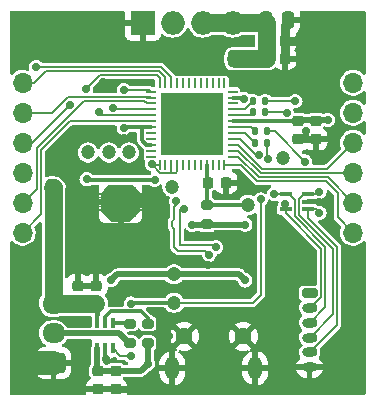
<source format=gbr>
%TF.GenerationSoftware,KiCad,Pcbnew,7.0.8*%
%TF.CreationDate,2024-07-27T19:07:12+04:00*%
%TF.ProjectId,neopixel_eliot_hat,6e656f70-6978-4656-9c5f-656c696f745f,rev?*%
%TF.SameCoordinates,Original*%
%TF.FileFunction,Copper,L1,Top*%
%TF.FilePolarity,Positive*%
%FSLAX46Y46*%
G04 Gerber Fmt 4.6, Leading zero omitted, Abs format (unit mm)*
G04 Created by KiCad (PCBNEW 7.0.8) date 2024-07-27 19:07:12*
%MOMM*%
%LPD*%
G01*
G04 APERTURE LIST*
G04 Aperture macros list*
%AMRoundRect*
0 Rectangle with rounded corners*
0 $1 Rounding radius*
0 $2 $3 $4 $5 $6 $7 $8 $9 X,Y pos of 4 corners*
0 Add a 4 corners polygon primitive as box body*
4,1,4,$2,$3,$4,$5,$6,$7,$8,$9,$2,$3,0*
0 Add four circle primitives for the rounded corners*
1,1,$1+$1,$2,$3*
1,1,$1+$1,$4,$5*
1,1,$1+$1,$6,$7*
1,1,$1+$1,$8,$9*
0 Add four rect primitives between the rounded corners*
20,1,$1+$1,$2,$3,$4,$5,0*
20,1,$1+$1,$4,$5,$6,$7,0*
20,1,$1+$1,$6,$7,$8,$9,0*
20,1,$1+$1,$8,$9,$2,$3,0*%
%AMFreePoly0*
4,1,21,-0.500000,0.100000,-0.492388,0.138268,-0.470711,0.170711,-0.438268,0.192388,-0.400000,0.200000,0.400000,0.200000,0.438268,0.192388,0.470711,0.170711,0.492388,0.138268,0.500000,0.100000,0.500000,-0.100000,0.492388,-0.138268,0.470711,-0.170711,0.438268,-0.192388,0.400000,-0.200000,-0.400000,-0.200000,-0.438268,-0.192388,-0.470711,-0.170711,-0.492388,-0.138268,-0.500000,-0.100000,
-0.500000,0.100000,-0.500000,0.100000,$1*%
G04 Aperture macros list end*
%TA.AperFunction,SMDPad,CuDef*%
%ADD10RoundRect,0.250000X-0.250000X-0.475000X0.250000X-0.475000X0.250000X0.475000X-0.250000X0.475000X0*%
%TD*%
%TA.AperFunction,SMDPad,CuDef*%
%ADD11RoundRect,0.200000X0.275000X-0.200000X0.275000X0.200000X-0.275000X0.200000X-0.275000X-0.200000X0*%
%TD*%
%TA.AperFunction,SMDPad,CuDef*%
%ADD12RoundRect,0.225000X-0.225000X-0.250000X0.225000X-0.250000X0.225000X0.250000X-0.225000X0.250000X0*%
%TD*%
%TA.AperFunction,SMDPad,CuDef*%
%ADD13RoundRect,0.225000X-0.250000X0.225000X-0.250000X-0.225000X0.250000X-0.225000X0.250000X0.225000X0*%
%TD*%
%TA.AperFunction,ComponentPad*%
%ADD14C,1.200000*%
%TD*%
%TA.AperFunction,ComponentPad*%
%ADD15RoundRect,0.200000X-0.450000X0.200000X-0.450000X-0.200000X0.450000X-0.200000X0.450000X0.200000X0*%
%TD*%
%TA.AperFunction,ComponentPad*%
%ADD16O,1.300000X0.800000*%
%TD*%
%TA.AperFunction,ComponentPad*%
%ADD17RoundRect,0.250000X0.725000X-0.600000X0.725000X0.600000X-0.725000X0.600000X-0.725000X-0.600000X0*%
%TD*%
%TA.AperFunction,ComponentPad*%
%ADD18O,1.950000X1.700000*%
%TD*%
%TA.AperFunction,ComponentPad*%
%ADD19C,0.500000*%
%TD*%
%TA.AperFunction,SMDPad,CuDef*%
%ADD20R,2.600000X2.600000*%
%TD*%
%TA.AperFunction,ComponentPad*%
%ADD21O,1.200000X1.900000*%
%TD*%
%TA.AperFunction,ComponentPad*%
%ADD22C,1.450000*%
%TD*%
%TA.AperFunction,SMDPad,CuDef*%
%ADD23FreePoly0,180.000000*%
%TD*%
%TA.AperFunction,SMDPad,CuDef*%
%ADD24RoundRect,0.100000X0.400000X0.100000X-0.400000X0.100000X-0.400000X-0.100000X0.400000X-0.100000X0*%
%TD*%
%TA.AperFunction,SMDPad,CuDef*%
%ADD25RoundRect,0.135000X0.135000X0.185000X-0.135000X0.185000X-0.135000X-0.185000X0.135000X-0.185000X0*%
%TD*%
%TA.AperFunction,SMDPad,CuDef*%
%ADD26RoundRect,0.225000X0.250000X-0.225000X0.250000X0.225000X-0.250000X0.225000X-0.250000X-0.225000X0*%
%TD*%
%TA.AperFunction,SMDPad,CuDef*%
%ADD27R,0.450000X0.950000*%
%TD*%
%TA.AperFunction,ComponentPad*%
%ADD28R,2.000000X2.000000*%
%TD*%
%TA.AperFunction,ComponentPad*%
%ADD29O,2.000000X2.000000*%
%TD*%
%TA.AperFunction,ComponentPad*%
%ADD30O,1.700000X1.700000*%
%TD*%
%TA.AperFunction,SMDPad,CuDef*%
%ADD31RoundRect,0.062500X0.062500X-0.337500X0.062500X0.337500X-0.062500X0.337500X-0.062500X-0.337500X0*%
%TD*%
%TA.AperFunction,SMDPad,CuDef*%
%ADD32RoundRect,0.062500X0.337500X-0.062500X0.337500X0.062500X-0.337500X0.062500X-0.337500X-0.062500X0*%
%TD*%
%TA.AperFunction,SMDPad,CuDef*%
%ADD33R,5.300000X5.300000*%
%TD*%
%TA.AperFunction,ViaPad*%
%ADD34C,0.700000*%
%TD*%
%TA.AperFunction,Conductor*%
%ADD35C,1.500000*%
%TD*%
%TA.AperFunction,Conductor*%
%ADD36C,0.750000*%
%TD*%
%TA.AperFunction,Conductor*%
%ADD37C,0.200000*%
%TD*%
%TA.AperFunction,Conductor*%
%ADD38C,0.500000*%
%TD*%
%TA.AperFunction,Conductor*%
%ADD39C,0.300000*%
%TD*%
%TA.AperFunction,Conductor*%
%ADD40C,1.000000*%
%TD*%
%TA.AperFunction,Conductor*%
%ADD41C,2.000000*%
%TD*%
G04 APERTURE END LIST*
D10*
%TO.P,C15,2*%
%TO.N,GND*%
X112725000Y-53575000D03*
%TO.P,C15,1*%
%TO.N,+5V_MCU*%
X110825000Y-53575000D03*
%TD*%
D11*
%TO.P,R3,1*%
%TO.N,/DATA_5V*%
X99310500Y-80939500D03*
%TO.P,R3,2*%
%TO.N,Net-(LV1-B)*%
X99310500Y-79289500D03*
%TD*%
%TO.P,R2,1*%
%TO.N,+3V3*%
X100835500Y-80939500D03*
%TO.P,R2,2*%
%TO.N,/DIR_LED*%
X100835500Y-79289500D03*
%TD*%
D12*
%TO.P,C7,2*%
%TO.N,GND*%
X107473000Y-67344500D03*
%TO.P,C7,1*%
%TO.N,/EN*%
X105923000Y-67344500D03*
%TD*%
D13*
%TO.P,C6,2*%
%TO.N,GND*%
X113560500Y-63669500D03*
%TO.P,C6,1*%
%TO.N,+3V3*%
X113560500Y-62119500D03*
%TD*%
%TO.P,C5,2*%
%TO.N,GND*%
X115085500Y-63669500D03*
%TO.P,C5,1*%
%TO.N,+3V3*%
X115085500Y-62119500D03*
%TD*%
D14*
%TO.P,TP3,1,1*%
%TO.N,/U0RXD*%
X97550000Y-64800000D03*
%TD*%
%TO.P,TP2,1,1*%
%TO.N,VBUS_REV*%
X103050000Y-75119500D03*
%TD*%
%TO.P,TP8,1,1*%
%TO.N,/RTS*%
X102925000Y-67725000D03*
%TD*%
D15*
%TO.P,J7,1,Pin_1*%
%TO.N,+3V3*%
X114535500Y-76719500D03*
D16*
%TO.P,J7,2,Pin_2*%
%TO.N,/JTCK_SIG*%
X114535500Y-77969500D03*
%TO.P,J7,3,Pin_3*%
%TO.N,/JTMS_SIG*%
X114535500Y-79219500D03*
%TO.P,J7,4,Pin_4*%
%TO.N,/JTD0_SIG*%
X114535500Y-80469500D03*
%TO.P,J7,5,Pin_5*%
%TO.N,/JTDI_SIG*%
X114535500Y-81719500D03*
%TO.P,J7,6,Pin_6*%
%TO.N,GND*%
X114535500Y-82969500D03*
%TD*%
D17*
%TO.P,J1,1,Pin_1*%
%TO.N,GND*%
X92860500Y-82619500D03*
D18*
%TO.P,J1,2,Pin_2*%
%TO.N,/DATA_5V*%
X92860500Y-80119500D03*
%TO.P,J1,3,Pin_3*%
%TO.N,+5V_MCU*%
X92860500Y-77619500D03*
%TD*%
D14*
%TO.P,TP9,1,1*%
%TO.N,/GPIO0*%
X112325000Y-65250000D03*
%TD*%
%TO.P,TP7,1,1*%
%TO.N,/DTR*%
X99250000Y-64800000D03*
%TD*%
%TO.P,TP1,1,1*%
%TO.N,/SIGNAL_LED*%
X103075000Y-77525000D03*
%TD*%
D19*
%TO.P,U5,25,GND*%
%TO.N,GND*%
X99585500Y-70019500D03*
X99585500Y-68969500D03*
X99585500Y-67919500D03*
X98535500Y-70019500D03*
X98535500Y-68969500D03*
D20*
X98535500Y-68969500D03*
D19*
X98535500Y-67919500D03*
X97485500Y-70019500D03*
X97485500Y-68969500D03*
X97485500Y-67919500D03*
%TD*%
D14*
%TO.P,TP6,1,1*%
%TO.N,/EN*%
X109310500Y-69244500D03*
%TD*%
%TO.P,TP4,1,1*%
%TO.N,/U0TXD_R*%
X95775000Y-64800000D03*
%TD*%
D21*
%TO.P,J5,6,Shield*%
%TO.N,GND*%
X109925500Y-83067000D03*
D22*
X108925500Y-80367000D03*
X103925500Y-80367000D03*
D21*
X102925500Y-83067000D03*
%TD*%
D23*
%TO.P,D1,1,IO1*%
%TO.N,/JTDI_SIG*%
X114410500Y-69619500D03*
%TO.P,D1,2,GND*%
%TO.N,GND*%
X114410500Y-68969500D03*
%TO.P,D1,3,IO2*%
%TO.N,/JTD0_SIG*%
X114410500Y-68319500D03*
%TO.P,D1,4,IO3*%
%TO.N,/JTMS_SIG*%
X112510500Y-68319500D03*
D24*
%TO.P,D1,5,IO4*%
%TO.N,/JTCK_SIG*%
X112510500Y-69619500D03*
%TD*%
D12*
%TO.P,C12,2*%
%TO.N,GND*%
X112462500Y-56850000D03*
%TO.P,C12,1*%
%TO.N,+5V_MCU*%
X110912500Y-56850000D03*
%TD*%
D13*
%TO.P,C1,1*%
%TO.N,+3V3*%
X96610500Y-83294500D03*
%TO.P,C1,2*%
%TO.N,GND*%
X96610500Y-84844500D03*
%TD*%
D25*
%TO.P,R8,1*%
%TO.N,/JTCK_SIG*%
X110785000Y-61400000D03*
%TO.P,R8,2*%
%TO.N,/JTCK_MCU*%
X109765000Y-61400000D03*
%TD*%
D26*
%TO.P,C4,1*%
%TO.N,+5V_MCU*%
X96460500Y-77619500D03*
%TO.P,C4,2*%
%TO.N,GND*%
X96460500Y-76069500D03*
%TD*%
D25*
%TO.P,R9,1*%
%TO.N,/JTMS_SIG*%
X110945500Y-63994500D03*
%TO.P,R9,2*%
%TO.N,/JTMS_MCU*%
X109925500Y-63994500D03*
%TD*%
D26*
%TO.P,C2,2*%
%TO.N,GND*%
X94910500Y-76069500D03*
%TO.P,C2,1*%
%TO.N,+5V_MCU*%
X94910500Y-77619500D03*
%TD*%
D27*
%TO.P,LV1,1,VCCA*%
%TO.N,+3V3*%
X96560500Y-81394500D03*
%TO.P,LV1,2,GND*%
%TO.N,GND*%
X97210500Y-81394500D03*
%TO.P,LV1,3,A*%
%TO.N,/SIGNAL_LED*%
X97860500Y-81394500D03*
%TO.P,LV1,4,B*%
%TO.N,Net-(LV1-B)*%
X97860500Y-79194500D03*
%TO.P,LV1,5,DIR*%
%TO.N,/DIR_LED*%
X97210500Y-79194500D03*
%TO.P,LV1,6,VCCB*%
%TO.N,+5V_MCU*%
X96560500Y-79194500D03*
%TD*%
D13*
%TO.P,C3,1*%
%TO.N,+3V3*%
X98110500Y-83294500D03*
%TO.P,C3,2*%
%TO.N,GND*%
X98110500Y-84844500D03*
%TD*%
D28*
%TO.P,J2,1,GND*%
%TO.N,GND*%
X100425500Y-53819500D03*
D29*
%TO.P,J2,2,3.3V*%
%TO.N,unconnected-(J2-3.3V-Pad2)*%
X102965500Y-53819500D03*
D30*
%TO.P,J2,3,SPI_SCK*%
%TO.N,/SPI_SCK*%
X90235500Y-58899500D03*
%TO.P,J2,4,SPI_MOSI*%
%TO.N,/SPI_MOSI*%
X90235500Y-61439500D03*
%TO.P,J2,5,SPI_MISO*%
%TO.N,/SPI_MISO*%
X90235500Y-63979500D03*
%TO.P,J2,6,SPI_CS*%
%TO.N,/SPI_CS*%
X90235500Y-66519500D03*
%TO.P,J2,7,I2C_SCL*%
%TO.N,/I2C_SCL*%
X90235500Y-69059500D03*
%TO.P,J2,8,I2C_SDA*%
%TO.N,/I2C_SDA*%
X90235500Y-71599500D03*
%TO.P,J2,9,GPIO_1*%
%TO.N,/MCU_GPIO1*%
X118235500Y-71599500D03*
%TO.P,J2,10,GPIO_2*%
%TO.N,/MCU_GPIO2*%
X118235500Y-69059500D03*
%TO.P,J2,11,GPIO_3*%
%TO.N,/MCU_GPIO3*%
X118235500Y-66519500D03*
%TO.P,J2,12,GPIO_4*%
%TO.N,/MCU_GPIO4*%
X118235500Y-63979500D03*
%TO.P,J2,13,GPIO_5*%
%TO.N,unconnected-(J2-GPIO_5-Pad13)*%
X118235500Y-61439500D03*
%TO.P,J2,14,GPIO_6*%
%TO.N,unconnected-(J2-GPIO_6-Pad14)*%
X118235500Y-58899500D03*
D29*
%TO.P,J2,15,5V*%
%TO.N,+5V_MCU*%
X105505500Y-53819500D03*
%TO.P,J2,16,5V*%
X108045500Y-53819500D03*
%TD*%
D12*
%TO.P,C13,1*%
%TO.N,+5V_MCU*%
X110912500Y-55350000D03*
%TO.P,C13,2*%
%TO.N,GND*%
X112462500Y-55350000D03*
%TD*%
D31*
%TO.P,U1,1,VDDA*%
%TO.N,+3V3*%
X101835500Y-65844500D03*
%TO.P,U1,2,LNA_IN*%
%TO.N,unconnected-(U1-LNA_IN-Pad2)*%
X102335500Y-65844500D03*
%TO.P,U1,3,VDDA3P3*%
%TO.N,+3V3*%
X102835500Y-65844500D03*
%TO.P,U1,4,VDDA3P3*%
X103335500Y-65844500D03*
%TO.P,U1,5,SENSOR_VP*%
%TO.N,unconnected-(U1-SENSOR_VP-Pad5)*%
X103835500Y-65844500D03*
%TO.P,U1,6,SENSOR_CAPP*%
%TO.N,unconnected-(U1-SENSOR_CAPP-Pad6)*%
X104335500Y-65844500D03*
%TO.P,U1,7,SENSOR_CAPN*%
%TO.N,unconnected-(U1-SENSOR_CAPN-Pad7)*%
X104835500Y-65844500D03*
%TO.P,U1,8,SENSOR_VN*%
%TO.N,unconnected-(U1-SENSOR_VN-Pad8)*%
X105335500Y-65844500D03*
%TO.P,U1,9,EN*%
%TO.N,/EN*%
X105835500Y-65844500D03*
%TO.P,U1,10,IO34*%
%TO.N,unconnected-(U1-IO34-Pad10)*%
X106335500Y-65844500D03*
%TO.P,U1,11,IO35*%
%TO.N,unconnected-(U1-IO35-Pad11)*%
X106835500Y-65844500D03*
%TO.P,U1,12,IO32*%
%TO.N,/MCU_GPIO1*%
X107335500Y-65844500D03*
D32*
%TO.P,U1,13,IO33*%
%TO.N,/MCU_GPIO2*%
X108035500Y-65144500D03*
%TO.P,U1,14,IO25*%
%TO.N,/MCU_GPIO3*%
X108035500Y-64644500D03*
%TO.P,U1,15,IO26*%
%TO.N,/MCU_GPIO4*%
X108035500Y-64144500D03*
%TO.P,U1,16,IO27*%
%TO.N,/SIGNAL_LED*%
X108035500Y-63644500D03*
%TO.P,U1,17,IO14*%
%TO.N,/JTMS_MCU*%
X108035500Y-63144500D03*
%TO.P,U1,18,IO12*%
%TO.N,/JTDI_MCU*%
X108035500Y-62644500D03*
%TO.P,U1,19,VDD3P3_RTC*%
%TO.N,+3V3*%
X108035500Y-62144500D03*
%TO.P,U1,20,IO13*%
%TO.N,/JTCK_MCU*%
X108035500Y-61644500D03*
%TO.P,U1,21,IO15*%
%TO.N,/JTDO_MCU*%
X108035500Y-61144500D03*
%TO.P,U1,22,IO2*%
%TO.N,unconnected-(U1-IO2-Pad22)*%
X108035500Y-60644500D03*
%TO.P,U1,23,IO0*%
%TO.N,/GPIO0*%
X108035500Y-60144500D03*
%TO.P,U1,24,IO4*%
%TO.N,unconnected-(U1-IO4-Pad24)*%
X108035500Y-59644500D03*
D31*
%TO.P,U1,25,IO16*%
%TO.N,unconnected-(U1-IO16-Pad25)*%
X107335500Y-58944500D03*
%TO.P,U1,26,VDD_SDIO*%
%TO.N,unconnected-(U1-VDD_SDIO-Pad26)*%
X106835500Y-58944500D03*
%TO.P,U1,27,IO17*%
%TO.N,unconnected-(U1-IO17-Pad27)*%
X106335500Y-58944500D03*
%TO.P,U1,28,SD2/IO9*%
%TO.N,unconnected-(U1-SD2{slash}IO9-Pad28)*%
X105835500Y-58944500D03*
%TO.P,U1,29,SD3/IO10*%
%TO.N,unconnected-(U1-SD3{slash}IO10-Pad29)*%
X105335500Y-58944500D03*
%TO.P,U1,30,CMD*%
%TO.N,unconnected-(U1-CMD-Pad30)*%
X104835500Y-58944500D03*
%TO.P,U1,31,CLK*%
%TO.N,unconnected-(U1-CLK-Pad31)*%
X104335500Y-58944500D03*
%TO.P,U1,32,SD0*%
%TO.N,unconnected-(U1-SD0-Pad32)*%
X103835500Y-58944500D03*
%TO.P,U1,33,SD1*%
%TO.N,unconnected-(U1-SD1-Pad33)*%
X103335500Y-58944500D03*
%TO.P,U1,34,IO5*%
%TO.N,/SPI_CS*%
X102835500Y-58944500D03*
%TO.P,U1,35,IO18*%
%TO.N,/SPI_SCK*%
X102335500Y-58944500D03*
%TO.P,U1,36,IO23*%
%TO.N,/SPI_MISO*%
X101835500Y-58944500D03*
D32*
%TO.P,U1,37,VDD3P3_CPU*%
%TO.N,+3V3*%
X101135500Y-59644500D03*
%TO.P,U1,38,IO19*%
%TO.N,/SPI_MOSI*%
X101135500Y-60144500D03*
%TO.P,U1,39,IO22*%
%TO.N,/I2C_SCL*%
X101135500Y-60644500D03*
%TO.P,U1,40,U0RXD/IO3*%
%TO.N,/U0RXD*%
X101135500Y-61144500D03*
%TO.P,U1,41,U0TXD/IO1*%
%TO.N,/U0TXD*%
X101135500Y-61644500D03*
%TO.P,U1,42,IO21*%
%TO.N,/I2C_SDA*%
X101135500Y-62144500D03*
%TO.P,U1,43,VDDA*%
%TO.N,+3V3*%
X101135500Y-62644500D03*
%TO.P,U1,44,XTAL_N_NC*%
%TO.N,unconnected-(U1-XTAL_N_NC-Pad44)*%
X101135500Y-63144500D03*
%TO.P,U1,45,XTAL_P_NC*%
%TO.N,unconnected-(U1-XTAL_P_NC-Pad45)*%
X101135500Y-63644500D03*
%TO.P,U1,46,VDDA*%
%TO.N,+3V3*%
X101135500Y-64144500D03*
%TO.P,U1,47,CAP2_NC*%
%TO.N,unconnected-(U1-CAP2_NC-Pad47)*%
X101135500Y-64644500D03*
%TO.P,U1,48,CAP1_NC*%
%TO.N,unconnected-(U1-CAP1_NC-Pad48)*%
X101135500Y-65144500D03*
D33*
%TO.P,U1,49,GND*%
%TO.N,GND*%
X104585500Y-62394500D03*
%TD*%
D11*
%TO.P,R1,1*%
%TO.N,+3V3*%
X105835500Y-70894500D03*
%TO.P,R1,2*%
%TO.N,/EN*%
X105835500Y-69244500D03*
%TD*%
D25*
%TO.P,R10,1*%
%TO.N,/JTD0_SIG*%
X110785000Y-60450000D03*
%TO.P,R10,2*%
%TO.N,/JTDO_MCU*%
X109765000Y-60450000D03*
%TD*%
%TO.P,R11,1*%
%TO.N,/JTDI_SIG*%
X110945500Y-63019500D03*
%TO.P,R11,2*%
%TO.N,/JTDI_MCU*%
X109925500Y-63019500D03*
%TD*%
D34*
%TO.N,+3V3*%
X104610500Y-70919500D03*
X109100000Y-70900000D03*
X100835500Y-82694500D03*
X116085500Y-62044500D03*
X101200000Y-65795000D03*
X98800000Y-62744000D03*
X98810500Y-59495000D03*
%TO.N,GND*%
X101410500Y-84119500D03*
X89925000Y-55525000D03*
X109060500Y-84779500D03*
X94400000Y-70175000D03*
X93950000Y-56275000D03*
X115175000Y-58625000D03*
X91260500Y-82269500D03*
X100025000Y-76075000D03*
X99710500Y-84119500D03*
X90700000Y-55525000D03*
X91385500Y-74019500D03*
X114375000Y-55025000D03*
X98846185Y-63592246D03*
X100560500Y-84119500D03*
X101585500Y-68069500D03*
X115150000Y-55025000D03*
X115175000Y-57875000D03*
X93950000Y-54194500D03*
X93175000Y-56275000D03*
X105160500Y-60819500D03*
X111585500Y-79534500D03*
X114085500Y-84779500D03*
X93175000Y-53444500D03*
X114375000Y-55775000D03*
X108835500Y-67344500D03*
X90700000Y-54194500D03*
X90485500Y-82269500D03*
X100560500Y-84894500D03*
X105948500Y-74292240D03*
X111585500Y-80384500D03*
X97415500Y-53444500D03*
X114275000Y-62950000D03*
X96435500Y-74444500D03*
X97415500Y-54194500D03*
X98190500Y-54194500D03*
X105935500Y-60819500D03*
X89925000Y-54194500D03*
X91260500Y-83019500D03*
X90700000Y-56275000D03*
X113285500Y-84779500D03*
X102635000Y-80344500D03*
X90535500Y-74019500D03*
X109910500Y-84779500D03*
X102925500Y-84779500D03*
X111585500Y-81234500D03*
X114400000Y-58625000D03*
X112475000Y-71875000D03*
X97310000Y-82269500D03*
X115150000Y-55775000D03*
X93950000Y-55525000D03*
X103735500Y-84779500D03*
X114400000Y-57875000D03*
X115375000Y-68975000D03*
X105160500Y-61569500D03*
X102235500Y-72219500D03*
X112435500Y-84779500D03*
X93950000Y-53444500D03*
X89925000Y-53444500D03*
X105935500Y-61569500D03*
X89925000Y-56275000D03*
X89685500Y-74019500D03*
X93175000Y-55525000D03*
X98190500Y-53444500D03*
X90700000Y-53444500D03*
X93175000Y-54194500D03*
X97060500Y-58844000D03*
X90485500Y-83019500D03*
%TO.N,+5V_MCU*%
X93285500Y-67694500D03*
X92560500Y-67419500D03*
X108000000Y-56500000D03*
X92735500Y-68244500D03*
X108775000Y-57250000D03*
X108000000Y-57250000D03*
X108775000Y-56500000D03*
%TO.N,/D-*%
X106623275Y-72831169D03*
X103921376Y-69580376D03*
%TO.N,/D+*%
X106035500Y-73444500D03*
X103249624Y-68908624D03*
%TO.N,/GPIO0*%
X108995500Y-60275000D03*
%TO.N,/SIGNAL_LED*%
X110239411Y-65025589D03*
X110400000Y-68775000D03*
X99395945Y-82014000D03*
X99410500Y-77595000D03*
%TO.N,/RTS*%
X95660500Y-67074500D03*
X101420500Y-67119000D03*
%TO.N,/U0RXD*%
X97885500Y-61045000D03*
%TO.N,/U0TXD*%
X96679759Y-61370000D03*
%TO.N,VBUS_REV*%
X109100000Y-75625000D03*
X97760500Y-75619500D03*
%TO.N,/SPI_MISO*%
X95608088Y-59420000D03*
X94285500Y-60744000D03*
%TO.N,/SPI_CS*%
X91385500Y-57545000D03*
%TO.N,/JTMS_SIG*%
X111050000Y-65350000D03*
X111550500Y-68319500D03*
%TO.N,/JTCK_SIG*%
X112500000Y-69125000D03*
X112614349Y-61495000D03*
%TO.N,/JTD0_SIG*%
X115375000Y-68125497D03*
X113335000Y-60450000D03*
%TO.N,/JTDI_SIG*%
X114146570Y-65570000D03*
X115370023Y-69920023D03*
%TD*%
D35*
%TO.N,+5V_MCU*%
X110912500Y-53825000D02*
X110912500Y-55350000D01*
X110907000Y-53819500D02*
X110912500Y-53825000D01*
X108045500Y-53819500D02*
X110907000Y-53819500D01*
D36*
%TO.N,GND*%
X112462500Y-55350000D02*
X112462500Y-54000000D01*
X112462500Y-54000000D02*
X112637500Y-53825000D01*
D37*
%TO.N,+3V3*%
X103205500Y-66494500D02*
X103335500Y-66364500D01*
D38*
X96560500Y-83244500D02*
X96610500Y-83294500D01*
D37*
X102835500Y-65844500D02*
X102835500Y-66494500D01*
D38*
X104610500Y-70919500D02*
X105785500Y-70919500D01*
X100835500Y-82694500D02*
X100835500Y-81027000D01*
X115098000Y-62044500D02*
X115085500Y-62032000D01*
D39*
X108035500Y-62144500D02*
X113448000Y-62144500D01*
D37*
X100985500Y-59494500D02*
X101135500Y-59644500D01*
D38*
X96610500Y-83294500D02*
X98110500Y-83294500D01*
D37*
X102835500Y-66494500D02*
X102475000Y-66494500D01*
D38*
X100835500Y-82694500D02*
X100235500Y-83294500D01*
X115085500Y-62032000D02*
X113560500Y-62032000D01*
D37*
X98810500Y-59495000D02*
X98811000Y-59494500D01*
D38*
X96560500Y-81394500D02*
X96560500Y-83244500D01*
X100235500Y-83294500D02*
X98110500Y-83294500D01*
D39*
X105810500Y-70894500D02*
X105785500Y-70919500D01*
D37*
X103335500Y-66364500D02*
X103335500Y-65844500D01*
X101899500Y-66494500D02*
X101200000Y-65795000D01*
D39*
X105835500Y-70894500D02*
X105810500Y-70894500D01*
D37*
X102475000Y-66494500D02*
X101899500Y-66494500D01*
D38*
X101200000Y-65839000D02*
X101200000Y-65795000D01*
X109100000Y-70900000D02*
X105841000Y-70900000D01*
D39*
X100325000Y-63746654D02*
X100325000Y-62644500D01*
D38*
X101205500Y-65844500D02*
X101200000Y-65839000D01*
X116085500Y-62044500D02*
X115098000Y-62044500D01*
D39*
X100325000Y-62644500D02*
X101135500Y-62644500D01*
D38*
X105841000Y-70900000D02*
X105835500Y-70894500D01*
D39*
X100722846Y-64144500D02*
X100325000Y-63746654D01*
D37*
X98811000Y-59494500D02*
X100985500Y-59494500D01*
D39*
X113448000Y-62144500D02*
X113560500Y-62032000D01*
D37*
X102475000Y-66494500D02*
X103205500Y-66494500D01*
D39*
X101135500Y-62644500D02*
X98899500Y-62644500D01*
X98899500Y-62644500D02*
X98800000Y-62744000D01*
D37*
X101835500Y-65844500D02*
X101205500Y-65844500D01*
D39*
X101135500Y-64144500D02*
X100722846Y-64144500D01*
D38*
%TO.N,GND*%
X115085500Y-63757000D02*
X114125000Y-63757000D01*
D37*
X97210500Y-81394500D02*
X97210500Y-82170000D01*
X114410500Y-68969500D02*
X115369500Y-68969500D01*
D36*
X112462500Y-56850000D02*
X112462500Y-55350000D01*
D38*
X114275000Y-62950000D02*
X114275000Y-63607000D01*
D39*
X96460500Y-76069500D02*
X94910500Y-76069500D01*
D35*
X115050000Y-55350000D02*
X113950000Y-55350000D01*
D38*
X114275000Y-63607000D02*
X114125000Y-63757000D01*
D36*
X112462500Y-55350000D02*
X115050000Y-55350000D01*
D40*
X105410500Y-61569500D02*
X105935500Y-61569500D01*
D37*
X115369500Y-68969500D02*
X115375000Y-68975000D01*
D40*
X104585500Y-62394500D02*
X105410500Y-61569500D01*
D38*
X100560500Y-84894500D02*
X98160500Y-84894500D01*
D39*
X94910500Y-76069500D02*
X96435500Y-76069500D01*
D40*
X105935500Y-60819500D02*
X105160500Y-60819500D01*
X105160500Y-61819500D02*
X104585500Y-62394500D01*
D39*
X107560500Y-67344500D02*
X108835500Y-67344500D01*
D38*
X98110500Y-84844500D02*
X96610500Y-84844500D01*
D40*
X105160500Y-60819500D02*
X105160500Y-61819500D01*
D39*
X96435500Y-76069500D02*
X96435500Y-74444500D01*
D37*
X97210500Y-82170000D02*
X97310000Y-82269500D01*
D38*
X98160500Y-84894500D02*
X98110500Y-84844500D01*
D40*
X105935500Y-61569500D02*
X105935500Y-60819500D01*
D41*
X92860500Y-82619500D02*
X90785500Y-82619500D01*
D38*
X114125000Y-63757000D02*
X113560500Y-63757000D01*
D35*
%TO.N,+5V_MCU*%
X94910500Y-77619500D02*
X96460500Y-77619500D01*
X92860500Y-77619500D02*
X94910500Y-77619500D01*
X92835500Y-67819500D02*
X92860500Y-67844500D01*
X110912500Y-55350000D02*
X110912500Y-56850000D01*
X110912500Y-56850000D02*
X108300000Y-56850000D01*
X92860500Y-67844500D02*
X92860500Y-77619500D01*
X108045500Y-53819500D02*
X105505500Y-53819500D01*
D39*
%TO.N,/EN*%
X105835500Y-69244500D02*
X105835500Y-67344500D01*
X109310500Y-69244500D02*
X105835500Y-69244500D01*
X105835500Y-67344500D02*
X105835500Y-65844500D01*
D38*
%TO.N,/DATA_5V*%
X92860500Y-80119500D02*
X98403000Y-80119500D01*
X98403000Y-80119500D02*
X99310500Y-81027000D01*
D37*
%TO.N,/MCU_GPIO1*%
X116935500Y-68239474D02*
X115915526Y-67219500D01*
X110100578Y-67219500D02*
X108725578Y-65844500D01*
X115915526Y-67219500D02*
X110100578Y-67219500D01*
X116935500Y-70299500D02*
X116935500Y-68239474D01*
X118235500Y-71599500D02*
X116935500Y-70299500D01*
X108725578Y-65844500D02*
X107335500Y-65844500D01*
%TO.N,/MCU_GPIO2*%
X108035500Y-65144500D02*
X108520552Y-65144500D01*
X118235500Y-69044500D02*
X118235500Y-69059500D01*
X110245552Y-66869500D02*
X116060500Y-66869500D01*
X108520552Y-65144500D02*
X110245552Y-66869500D01*
X116060500Y-66869500D02*
X118235500Y-69044500D01*
%TO.N,/MCU_GPIO3*%
X108515526Y-64644500D02*
X110390526Y-66519500D01*
X108035500Y-64644500D02*
X108515526Y-64644500D01*
X110390526Y-66519500D02*
X118235500Y-66519500D01*
%TO.N,/MCU_GPIO4*%
X116045500Y-66169500D02*
X118235500Y-63979500D01*
X108510500Y-64144500D02*
X110535500Y-66169500D01*
X108035500Y-64144500D02*
X108510500Y-64144500D01*
X110535500Y-66169500D02*
X116045500Y-66169500D01*
%TO.N,/D-*%
X103535500Y-69612699D02*
X103567823Y-69580376D01*
X106623275Y-72831169D02*
X106450730Y-72658624D01*
X103535500Y-72626300D02*
X103535500Y-69612699D01*
X106450730Y-72658624D02*
X103567824Y-72658624D01*
X103567823Y-69580376D02*
X103921376Y-69580376D01*
X103567824Y-72658624D02*
X103535500Y-72626300D01*
%TO.N,/D+*%
X103249624Y-69262177D02*
X103249624Y-68908624D01*
X103085500Y-70408350D02*
X103085500Y-69969500D01*
X106035500Y-73444500D02*
X105699625Y-73108625D01*
X103085500Y-69969500D02*
X103085500Y-69426301D01*
X103085500Y-72812700D02*
X103085500Y-71269500D01*
X103085500Y-69426301D02*
X103249624Y-69262177D01*
X105699625Y-73108625D02*
X103381425Y-73108625D01*
X103381425Y-73108625D02*
X103085500Y-72812700D01*
X102979924Y-70513925D02*
X102979925Y-70513925D01*
X102979925Y-71163925D02*
X102979924Y-71163925D01*
X102874349Y-71058350D02*
X102874349Y-70619500D01*
X102874375Y-71058350D02*
G75*
G03*
X102979924Y-71163925I105525J-50D01*
G01*
X102979924Y-70513949D02*
G75*
G03*
X102874349Y-70619500I-24J-105551D01*
G01*
X102979925Y-70514000D02*
G75*
G03*
X103085500Y-70408350I-25J105600D01*
G01*
X103085475Y-71269500D02*
G75*
G03*
X102979925Y-71163925I-105575J0D01*
G01*
D39*
%TO.N,/GPIO0*%
X108787677Y-60144500D02*
X108035500Y-60144500D01*
D37*
%TO.N,/SIGNAL_LED*%
X103080500Y-77519500D02*
X103075000Y-77525000D01*
X109725500Y-77519500D02*
X103080500Y-77519500D01*
X110041589Y-65025589D02*
X108660500Y-63644500D01*
X98480000Y-82014000D02*
X99395945Y-82014000D01*
D39*
X103069500Y-77519500D02*
X99486000Y-77519500D01*
D37*
X110239411Y-65025589D02*
X110041589Y-65025589D01*
X110400000Y-76845000D02*
X109725500Y-77519500D01*
D39*
X99486000Y-77519500D02*
X99410500Y-77595000D01*
X103075000Y-77525000D02*
X103069500Y-77519500D01*
D37*
X108660500Y-63644500D02*
X108035500Y-63644500D01*
X97860500Y-81394500D02*
X98480000Y-82014000D01*
X110400000Y-68775000D02*
X110400000Y-76845000D01*
D39*
%TO.N,/RTS*%
X95660500Y-67074500D02*
X95700500Y-67114500D01*
X101416000Y-67114500D02*
X101420500Y-67119000D01*
X95700500Y-67114500D02*
X101416000Y-67114500D01*
D37*
%TO.N,/U0RXD*%
X97885500Y-61045000D02*
X97985000Y-61144500D01*
X97985000Y-61144500D02*
X101135500Y-61144500D01*
%TO.N,/U0TXD*%
X96954259Y-61644500D02*
X101135500Y-61644500D01*
X96679759Y-61370000D02*
X96954259Y-61644500D01*
%TO.N,/I2C_SCL*%
X91435500Y-64444500D02*
X91435500Y-67859500D01*
X101135500Y-60644500D02*
X100735500Y-60644500D01*
X100735500Y-60644500D02*
X100535500Y-60444500D01*
X91435500Y-67859500D02*
X90235500Y-69059500D01*
X95435500Y-60444500D02*
X91435500Y-64444500D01*
X100535500Y-60444500D02*
X95435500Y-60444500D01*
%TO.N,/I2C_SDA*%
X91785500Y-64589474D02*
X94230474Y-62144500D01*
X90235500Y-71599500D02*
X91785500Y-70049500D01*
X94230474Y-62144500D02*
X101135500Y-62144500D01*
X91785500Y-70049500D02*
X91785500Y-64589474D01*
D39*
%TO.N,Net-(LV1-B)*%
X97868000Y-79202000D02*
X97860500Y-79194500D01*
X99310500Y-79202000D02*
X97868000Y-79202000D01*
%TO.N,/DIR_LED*%
X97210500Y-79194500D02*
X97210500Y-78719500D01*
X100835500Y-78819500D02*
X100835500Y-79202000D01*
X97210500Y-78719500D02*
X97685500Y-78244500D01*
X97685500Y-78244500D02*
X100260500Y-78244500D01*
X100260500Y-78244500D02*
X100835500Y-78819500D01*
D38*
%TO.N,VBUS_REV*%
X98260500Y-75119500D02*
X103050000Y-75119500D01*
X109100000Y-75625000D02*
X108594500Y-75119500D01*
X108594500Y-75119500D02*
X103050000Y-75119500D01*
X97760500Y-75619500D02*
X98260500Y-75119500D01*
D37*
%TO.N,/SPI_SCK*%
X102335500Y-58944500D02*
X102335500Y-58419500D01*
X91230500Y-58899500D02*
X90235500Y-58899500D01*
X92235500Y-57894500D02*
X91230500Y-58899500D01*
X102335500Y-58419500D02*
X101810500Y-57894500D01*
X101810500Y-57894500D02*
X92235500Y-57894500D01*
%TO.N,/SPI_MOSI*%
X101135500Y-60144500D02*
X101085500Y-60094500D01*
X92735500Y-61419500D02*
X90255500Y-61419500D01*
X90255500Y-61419500D02*
X90235500Y-61439500D01*
X94060500Y-60094500D02*
X92735500Y-61419500D01*
X101085500Y-60094500D02*
X94060500Y-60094500D01*
%TO.N,/SPI_MISO*%
X95608088Y-59420000D02*
X96783588Y-58244500D01*
X94285500Y-60744000D02*
X94285500Y-60744500D01*
X94285500Y-60744500D02*
X91050500Y-63979500D01*
X96783588Y-58244500D02*
X101610500Y-58244500D01*
X101835500Y-58469500D02*
X101835500Y-58944500D01*
X91050500Y-63979500D02*
X90235500Y-63979500D01*
X101610500Y-58244500D02*
X101835500Y-58469500D01*
%TO.N,/SPI_CS*%
X102835500Y-58424526D02*
X102835500Y-58944500D01*
X91386000Y-57544500D02*
X101955474Y-57544500D01*
X91385500Y-57545000D02*
X91386000Y-57544500D01*
X101955474Y-57544500D02*
X102835500Y-58424526D01*
%TO.N,/JTMS_SIG*%
X113275000Y-70205026D02*
X113275000Y-68825000D01*
X113275000Y-68825000D02*
X112769500Y-68319500D01*
X111050000Y-65350000D02*
X110950000Y-65250000D01*
X114535500Y-79219500D02*
X114535500Y-79214500D01*
X110950000Y-63999000D02*
X110945500Y-63994500D01*
X114535500Y-79214500D02*
X115875000Y-77875000D01*
X110950000Y-65250000D02*
X110950000Y-63999000D01*
X115875000Y-77875000D02*
X115875000Y-72805026D01*
X111550500Y-68319500D02*
X112510500Y-68319500D01*
X115875000Y-72805026D02*
X113275000Y-70205026D01*
X112769500Y-68319500D02*
X112510500Y-68319500D01*
%TO.N,/JTCK_SIG*%
X112500000Y-69125000D02*
X112510500Y-69135500D01*
X115171896Y-77369500D02*
X115525000Y-77016396D01*
X112510500Y-69935500D02*
X112510500Y-69619500D01*
X115525000Y-72950000D02*
X112510500Y-69935500D01*
X112614349Y-61495000D02*
X112519349Y-61400000D01*
X112519349Y-61400000D02*
X110785000Y-61400000D01*
X115155500Y-77369500D02*
X115171896Y-77369500D01*
X115525000Y-77016396D02*
X115525000Y-72950000D01*
X112510500Y-69135500D02*
X112510500Y-69619500D01*
X114535500Y-77969500D02*
X114555500Y-77969500D01*
X114555500Y-77969500D02*
X115155500Y-77369500D01*
%TO.N,/JTD0_SIG*%
X113335000Y-60450000D02*
X110785000Y-60450000D01*
X113625000Y-70060052D02*
X113625000Y-68760024D01*
X114535500Y-80464500D02*
X116525000Y-78475000D01*
X115375000Y-68125497D02*
X115180997Y-68319500D01*
X115180997Y-68319500D02*
X114410500Y-68319500D01*
X114065524Y-68319500D02*
X114410500Y-68319500D01*
X116525000Y-72960052D02*
X113625000Y-70060052D01*
X114535500Y-80469500D02*
X114535500Y-80464500D01*
X113625000Y-68760024D02*
X114065524Y-68319500D01*
X116525000Y-78475000D02*
X116525000Y-72960052D01*
%TO.N,/JTDI_SIG*%
X114535500Y-81719500D02*
X114535500Y-81714500D01*
X115069500Y-69619500D02*
X114410500Y-69619500D01*
X116875000Y-72815078D02*
X114410500Y-70350578D01*
X116875000Y-79375000D02*
X116875000Y-72815078D01*
X114535500Y-81714500D02*
X116875000Y-79375000D01*
X114146570Y-65570000D02*
X111596070Y-63019500D01*
X115370023Y-69920023D02*
X115069500Y-69619500D01*
X111596070Y-63019500D02*
X110945500Y-63019500D01*
X114410500Y-70350578D02*
X114410500Y-69619500D01*
%TO.N,/JTCK_MCU*%
X109765000Y-61400000D02*
X109520500Y-61644500D01*
X109520500Y-61644500D02*
X108035500Y-61644500D01*
%TO.N,/JTMS_MCU*%
X108035500Y-63144500D02*
X109075500Y-63144500D01*
X109075500Y-63144500D02*
X109925500Y-63994500D01*
%TO.N,/JTDO_MCU*%
X109070500Y-61144500D02*
X108035500Y-61144500D01*
X109765000Y-60450000D02*
X109070500Y-61144500D01*
%TO.N,/JTDI_MCU*%
X109925500Y-63019500D02*
X109550500Y-62644500D01*
X109550500Y-62644500D02*
X108035500Y-62644500D01*
%TD*%
%TA.AperFunction,Conductor*%
%TO.N,GND*%
G36*
X116167245Y-67970477D02*
G01*
X116186651Y-67986307D01*
X116548681Y-68348337D01*
X116582166Y-68409660D01*
X116585000Y-68436018D01*
X116585000Y-70250288D01*
X116582361Y-70275732D01*
X116580457Y-70284811D01*
X116580457Y-70284817D01*
X116584523Y-70317437D01*
X116585000Y-70325114D01*
X116585000Y-70328538D01*
X116588587Y-70350041D01*
X116594927Y-70400893D01*
X116597020Y-70407926D01*
X116599408Y-70414881D01*
X116623795Y-70459944D01*
X116646301Y-70505983D01*
X116650565Y-70511955D01*
X116655080Y-70517756D01*
X116692775Y-70552458D01*
X117186922Y-71046604D01*
X117220407Y-71107927D01*
X117215423Y-71177618D01*
X117210245Y-71189549D01*
X117204919Y-71200245D01*
X117204919Y-71200246D01*
X117149102Y-71396417D01*
X117130285Y-71599499D01*
X117130285Y-71599500D01*
X117149102Y-71802582D01*
X117204917Y-71998747D01*
X117204922Y-71998760D01*
X117295827Y-72181321D01*
X117418737Y-72344081D01*
X117569458Y-72481480D01*
X117569460Y-72481482D01*
X117645120Y-72528328D01*
X117742863Y-72588848D01*
X117933044Y-72662524D01*
X118133524Y-72700000D01*
X118133526Y-72700000D01*
X118337474Y-72700000D01*
X118337476Y-72700000D01*
X118537956Y-72662524D01*
X118728137Y-72588848D01*
X118901541Y-72481481D01*
X119052264Y-72344079D01*
X119062046Y-72331124D01*
X119118154Y-72289490D01*
X119187865Y-72284797D01*
X119249048Y-72318539D01*
X119282276Y-72380002D01*
X119285000Y-72405852D01*
X119285000Y-85220000D01*
X119265315Y-85287039D01*
X119212511Y-85332794D01*
X119161000Y-85344000D01*
X99199706Y-85344000D01*
X99132667Y-85324315D01*
X99086912Y-85271511D01*
X99076348Y-85207397D01*
X99085499Y-85117822D01*
X99085500Y-85117809D01*
X99085500Y-85094500D01*
X95635501Y-85094500D01*
X95635501Y-85117825D01*
X95644652Y-85207399D01*
X95631882Y-85276092D01*
X95584001Y-85326976D01*
X95521294Y-85344000D01*
X89310000Y-85344000D01*
X89242961Y-85324315D01*
X89197206Y-85271511D01*
X89186000Y-85220000D01*
X89186000Y-72405852D01*
X89205685Y-72338813D01*
X89258489Y-72293058D01*
X89327647Y-72283114D01*
X89391203Y-72312139D01*
X89408951Y-72331122D01*
X89418736Y-72344079D01*
X89418738Y-72344081D01*
X89569458Y-72481480D01*
X89569460Y-72481482D01*
X89645120Y-72528328D01*
X89742863Y-72588848D01*
X89933044Y-72662524D01*
X90133524Y-72700000D01*
X90133526Y-72700000D01*
X90337474Y-72700000D01*
X90337476Y-72700000D01*
X90537956Y-72662524D01*
X90728137Y-72588848D01*
X90901541Y-72481481D01*
X91052264Y-72344079D01*
X91175173Y-72181321D01*
X91266082Y-71998750D01*
X91321897Y-71802583D01*
X91340715Y-71599500D01*
X91335400Y-71542146D01*
X91321897Y-71396417D01*
X91275492Y-71233322D01*
X91266082Y-71200250D01*
X91260756Y-71189555D01*
X91248496Y-71120772D01*
X91275369Y-71056277D01*
X91284066Y-71046615D01*
X91648320Y-70682361D01*
X91709642Y-70648877D01*
X91779334Y-70653861D01*
X91835267Y-70695733D01*
X91859684Y-70761197D01*
X91860000Y-70770043D01*
X91860000Y-76903470D01*
X91840315Y-76970509D01*
X91837013Y-76975389D01*
X91834983Y-76978240D01*
X91729898Y-77160250D01*
X91661156Y-77358865D01*
X91661156Y-77358867D01*
X91649745Y-77438238D01*
X91631246Y-77566901D01*
X91641245Y-77776827D01*
X91690796Y-77981078D01*
X91690798Y-77981082D01*
X91778098Y-78172243D01*
X91778101Y-78172248D01*
X91778102Y-78172250D01*
X91778104Y-78172253D01*
X91896366Y-78338329D01*
X91900015Y-78343453D01*
X91900020Y-78343459D01*
X92052120Y-78488485D01*
X92164187Y-78560506D01*
X92228928Y-78602113D01*
X92424043Y-78680225D01*
X92457675Y-78686707D01*
X92630414Y-78720000D01*
X92630415Y-78720000D01*
X93037919Y-78720000D01*
X93037925Y-78720000D01*
X93194718Y-78705028D01*
X93396375Y-78645816D01*
X93419714Y-78633783D01*
X93476533Y-78620000D01*
X94808759Y-78620000D01*
X95961000Y-78620000D01*
X96028039Y-78639685D01*
X96073794Y-78692489D01*
X96085000Y-78744000D01*
X96085000Y-79031589D01*
X96080000Y-79233654D01*
X96080000Y-79295500D01*
X96084645Y-79338705D01*
X96085000Y-79345337D01*
X96085000Y-79495000D01*
X96065315Y-79562039D01*
X96012511Y-79607794D01*
X95961000Y-79619000D01*
X94044032Y-79619000D01*
X93976993Y-79599315D01*
X93943025Y-79566927D01*
X93820990Y-79395552D01*
X93820979Y-79395540D01*
X93668879Y-79250514D01*
X93492074Y-79136888D01*
X93296955Y-79058774D01*
X93090586Y-79019000D01*
X93090585Y-79019000D01*
X92683075Y-79019000D01*
X92526282Y-79033972D01*
X92526278Y-79033973D01*
X92324627Y-79093183D01*
X92137813Y-79189491D01*
X91972616Y-79319405D01*
X91972612Y-79319409D01*
X91834978Y-79478246D01*
X91729898Y-79660250D01*
X91661156Y-79858865D01*
X91661156Y-79858867D01*
X91638932Y-80013446D01*
X91631246Y-80066901D01*
X91641245Y-80276827D01*
X91690796Y-80481078D01*
X91690798Y-80481082D01*
X91778098Y-80672243D01*
X91778101Y-80672248D01*
X91778102Y-80672250D01*
X91778104Y-80672253D01*
X91884570Y-80821764D01*
X91900015Y-80843453D01*
X91900020Y-80843459D01*
X92052122Y-80988487D01*
X92135785Y-81042254D01*
X92181540Y-81095058D01*
X92191484Y-81164216D01*
X92162459Y-81227772D01*
X92103681Y-81265546D01*
X92081348Y-81269927D01*
X91982802Y-81279994D01*
X91816380Y-81335141D01*
X91816375Y-81335143D01*
X91667154Y-81427184D01*
X91543184Y-81551154D01*
X91451143Y-81700375D01*
X91451141Y-81700380D01*
X91395994Y-81866802D01*
X91395993Y-81866809D01*
X91385500Y-81969513D01*
X91385500Y-82369500D01*
X92456531Y-82369500D01*
X92423981Y-82420149D01*
X92385500Y-82551205D01*
X92385500Y-82687795D01*
X92423981Y-82818851D01*
X92456531Y-82869500D01*
X91385501Y-82869500D01*
X91385501Y-83269486D01*
X91395994Y-83372197D01*
X91451141Y-83538619D01*
X91451143Y-83538624D01*
X91543184Y-83687845D01*
X91667154Y-83811815D01*
X91816375Y-83903856D01*
X91816380Y-83903858D01*
X91982802Y-83959005D01*
X91982809Y-83959006D01*
X92085519Y-83969499D01*
X92610499Y-83969499D01*
X92610500Y-83969498D01*
X92610500Y-83027518D01*
X92725301Y-83079946D01*
X92826525Y-83094500D01*
X92894475Y-83094500D01*
X92995699Y-83079946D01*
X93110500Y-83027518D01*
X93110500Y-83969499D01*
X93635472Y-83969499D01*
X93635486Y-83969498D01*
X93738197Y-83959005D01*
X93904619Y-83903858D01*
X93904624Y-83903856D01*
X94053845Y-83811815D01*
X94177815Y-83687845D01*
X94269856Y-83538624D01*
X94269858Y-83538619D01*
X94325005Y-83372197D01*
X94325006Y-83372190D01*
X94335499Y-83269486D01*
X94335500Y-83269473D01*
X94335500Y-82869500D01*
X93264469Y-82869500D01*
X93297019Y-82818851D01*
X93335500Y-82687795D01*
X93335500Y-82551205D01*
X93297019Y-82420149D01*
X93264469Y-82369500D01*
X94335499Y-82369500D01*
X94335499Y-81969528D01*
X94335498Y-81969513D01*
X94325005Y-81866802D01*
X94269858Y-81700380D01*
X94269856Y-81700375D01*
X94177815Y-81551154D01*
X94053845Y-81427184D01*
X93904624Y-81335143D01*
X93904619Y-81335141D01*
X93738197Y-81279994D01*
X93738190Y-81279993D01*
X93646824Y-81270659D01*
X93582133Y-81244263D01*
X93541981Y-81187082D01*
X93539118Y-81117271D01*
X93574452Y-81056994D01*
X93582775Y-81049831D01*
X93646206Y-80999948D01*
X93748386Y-80919592D01*
X93886019Y-80760756D01*
X93898638Y-80738899D01*
X93931489Y-80682001D01*
X93982055Y-80633785D01*
X94038876Y-80620000D01*
X96002358Y-80620000D01*
X96069397Y-80639685D01*
X96115152Y-80692489D01*
X96125096Y-80761647D01*
X96105460Y-80812890D01*
X96099535Y-80821756D01*
X96099532Y-80821764D01*
X96085000Y-80894821D01*
X96085000Y-81203905D01*
X96076467Y-81243133D01*
X96077833Y-81243535D01*
X96075335Y-81252041D01*
X96072658Y-81270659D01*
X96060080Y-81358149D01*
X96060000Y-81358702D01*
X96060000Y-82639264D01*
X96040315Y-82706303D01*
X96023681Y-82726945D01*
X96020815Y-82729810D01*
X95938873Y-82839271D01*
X95891087Y-82967389D01*
X95885000Y-83023998D01*
X95885000Y-83564981D01*
X95885001Y-83564990D01*
X95891087Y-83621614D01*
X95938873Y-83749728D01*
X95999938Y-83831302D01*
X96024355Y-83896766D01*
X96009503Y-83965039D01*
X95965770Y-84011149D01*
X95907770Y-84046924D01*
X95787927Y-84166767D01*
X95787924Y-84166771D01*
X95698957Y-84311007D01*
X95698952Y-84311018D01*
X95645644Y-84471893D01*
X95635500Y-84571177D01*
X95635500Y-84594500D01*
X99085499Y-84594500D01*
X99085499Y-84571192D01*
X99085498Y-84571177D01*
X99075355Y-84471892D01*
X99022047Y-84311018D01*
X99022042Y-84311007D01*
X98933075Y-84166771D01*
X98933072Y-84166767D01*
X98813232Y-84046927D01*
X98813228Y-84046924D01*
X98776935Y-84024538D01*
X98730210Y-83972590D01*
X98718989Y-83903628D01*
X98746832Y-83839546D01*
X98804901Y-83800690D01*
X98842032Y-83795000D01*
X100168357Y-83795000D01*
X100194715Y-83797834D01*
X100199427Y-83798859D01*
X100251171Y-83795157D01*
X100255594Y-83795000D01*
X100271299Y-83795000D01*
X100286842Y-83792764D01*
X100291240Y-83792291D01*
X100342983Y-83788591D01*
X100347492Y-83786908D01*
X100373185Y-83780350D01*
X100377957Y-83779665D01*
X100425146Y-83758113D01*
X100429228Y-83756422D01*
X100458138Y-83745640D01*
X100477829Y-83738297D01*
X100477829Y-83738296D01*
X100477831Y-83738296D01*
X100481689Y-83735407D01*
X100504495Y-83721875D01*
X100508873Y-83719877D01*
X100548064Y-83685916D01*
X100551514Y-83683137D01*
X100554430Y-83680953D01*
X100564093Y-83673721D01*
X100575220Y-83662592D01*
X100578425Y-83659609D01*
X100611569Y-83630890D01*
X100617641Y-83625630D01*
X100617641Y-83625629D01*
X100617643Y-83625628D01*
X100620251Y-83621568D01*
X100636881Y-83600931D01*
X100768414Y-83469398D01*
X101825500Y-83469398D01*
X101840465Y-83626122D01*
X101840466Y-83626126D01*
X101899649Y-83827686D01*
X101995913Y-84014414D01*
X102125768Y-84179537D01*
X102125771Y-84179540D01*
X102284530Y-84317105D01*
X102284541Y-84317114D01*
X102466460Y-84422144D01*
X102466467Y-84422147D01*
X102664987Y-84490856D01*
X102675500Y-84492367D01*
X102675500Y-83583110D01*
X102699957Y-83622610D01*
X102789462Y-83690201D01*
X102897340Y-83720895D01*
X103009021Y-83710546D01*
X103109422Y-83660552D01*
X103175500Y-83588069D01*
X103175500Y-84488257D01*
X103286909Y-84461229D01*
X103478007Y-84373959D01*
X103649119Y-84252110D01*
X103649125Y-84252104D01*
X103794092Y-84100067D01*
X103907666Y-83923342D01*
X103985744Y-83728314D01*
X104025500Y-83522037D01*
X104025500Y-83317000D01*
X103225500Y-83317000D01*
X103225500Y-82817000D01*
X104025500Y-82817000D01*
X104025500Y-82664601D01*
X104010534Y-82507877D01*
X104010533Y-82507873D01*
X103951350Y-82306313D01*
X103855086Y-82119585D01*
X103725231Y-81954462D01*
X103725228Y-81954459D01*
X103566469Y-81816894D01*
X103566458Y-81816885D01*
X103484028Y-81769295D01*
X103435812Y-81718728D01*
X103422589Y-81650121D01*
X103448557Y-81585256D01*
X103505471Y-81544728D01*
X103575262Y-81541403D01*
X103578121Y-81542133D01*
X103711962Y-81577995D01*
X103711972Y-81577997D01*
X103925499Y-81596679D01*
X103925501Y-81596679D01*
X104139027Y-81577997D01*
X104139037Y-81577995D01*
X104346067Y-81522522D01*
X104346081Y-81522517D01*
X104540335Y-81431935D01*
X104597120Y-81392173D01*
X103991752Y-80786804D01*
X104058469Y-80776238D01*
X104178423Y-80715118D01*
X104273618Y-80619923D01*
X104334738Y-80499969D01*
X104345304Y-80433251D01*
X104950673Y-81038619D01*
X104990435Y-80981835D01*
X105081017Y-80787581D01*
X105081022Y-80787567D01*
X105136495Y-80580537D01*
X105136497Y-80580527D01*
X105155179Y-80367000D01*
X107695821Y-80367000D01*
X107714502Y-80580527D01*
X107714504Y-80580537D01*
X107769977Y-80787567D01*
X107769981Y-80787576D01*
X107860567Y-80981839D01*
X107900325Y-81038620D01*
X108505695Y-80433250D01*
X108516262Y-80499969D01*
X108577382Y-80619923D01*
X108672577Y-80715118D01*
X108792531Y-80776238D01*
X108859247Y-80786804D01*
X108253878Y-81392173D01*
X108310660Y-81431933D01*
X108504923Y-81522518D01*
X108504932Y-81522522D01*
X108711962Y-81577995D01*
X108711972Y-81577997D01*
X108925499Y-81596679D01*
X108925501Y-81596679D01*
X109139027Y-81577997D01*
X109139034Y-81577996D01*
X109260143Y-81545545D01*
X109329993Y-81547208D01*
X109387856Y-81586370D01*
X109415360Y-81650599D01*
X109403774Y-81719501D01*
X109364165Y-81766327D01*
X109201876Y-81881893D01*
X109201874Y-81881895D01*
X109056907Y-82033932D01*
X108943333Y-82210657D01*
X108865255Y-82405685D01*
X108825500Y-82611962D01*
X108825500Y-82817000D01*
X109625500Y-82817000D01*
X109625500Y-83317000D01*
X108825500Y-83317000D01*
X108825500Y-83469398D01*
X108840465Y-83626122D01*
X108840466Y-83626126D01*
X108899649Y-83827686D01*
X108995913Y-84014414D01*
X109125768Y-84179537D01*
X109125771Y-84179540D01*
X109284530Y-84317105D01*
X109284541Y-84317114D01*
X109466460Y-84422144D01*
X109466467Y-84422147D01*
X109664987Y-84490856D01*
X109675500Y-84492367D01*
X109675500Y-83583110D01*
X109699957Y-83622610D01*
X109789462Y-83690201D01*
X109897340Y-83720895D01*
X110009021Y-83710546D01*
X110109422Y-83660552D01*
X110175500Y-83588069D01*
X110175500Y-84488257D01*
X110286909Y-84461229D01*
X110478007Y-84373959D01*
X110649119Y-84252110D01*
X110649125Y-84252104D01*
X110794092Y-84100067D01*
X110907666Y-83923342D01*
X110985744Y-83728314D01*
X111025500Y-83522037D01*
X111025500Y-83317000D01*
X110225500Y-83317000D01*
X110225500Y-83219500D01*
X113418533Y-83219500D01*
X113424834Y-83249145D01*
X113501786Y-83421981D01*
X113612987Y-83575035D01*
X113753581Y-83701627D01*
X113753584Y-83701629D01*
X113917415Y-83796216D01*
X113917427Y-83796221D01*
X114097345Y-83854680D01*
X114238341Y-83869500D01*
X114285500Y-83869500D01*
X114285500Y-83219500D01*
X113418533Y-83219500D01*
X110225500Y-83219500D01*
X110225500Y-82817000D01*
X111025500Y-82817000D01*
X111025500Y-82664601D01*
X111010534Y-82507877D01*
X111010533Y-82507873D01*
X110951350Y-82306313D01*
X110855086Y-82119585D01*
X110725231Y-81954462D01*
X110725228Y-81954459D01*
X110566469Y-81816894D01*
X110566458Y-81816885D01*
X110384539Y-81711855D01*
X110384532Y-81711852D01*
X110186016Y-81643144D01*
X110175500Y-81641632D01*
X110175500Y-82550889D01*
X110151043Y-82511390D01*
X110061538Y-82443799D01*
X109953660Y-82413105D01*
X109841979Y-82423454D01*
X109741578Y-82473448D01*
X109675500Y-82545930D01*
X109675500Y-81645740D01*
X109640321Y-81654275D01*
X109570530Y-81650950D01*
X109513616Y-81610421D01*
X109487648Y-81545557D01*
X109500872Y-81476950D01*
X109539963Y-81432196D01*
X109597120Y-81392173D01*
X108991752Y-80786804D01*
X109058469Y-80776238D01*
X109178423Y-80715118D01*
X109273618Y-80619923D01*
X109334738Y-80499969D01*
X109345304Y-80433251D01*
X109950673Y-81038619D01*
X109990435Y-80981835D01*
X110081017Y-80787581D01*
X110081022Y-80787567D01*
X110136495Y-80580537D01*
X110136497Y-80580527D01*
X110155179Y-80367000D01*
X110155179Y-80366999D01*
X110136497Y-80153472D01*
X110136495Y-80153462D01*
X110081022Y-79946432D01*
X110081018Y-79946423D01*
X109990433Y-79752162D01*
X109950673Y-79695378D01*
X109345304Y-80300747D01*
X109334738Y-80234031D01*
X109273618Y-80114077D01*
X109178423Y-80018882D01*
X109058469Y-79957762D01*
X108991751Y-79947195D01*
X109597120Y-79341825D01*
X109540339Y-79302067D01*
X109346076Y-79211481D01*
X109346067Y-79211477D01*
X109139037Y-79156004D01*
X109139027Y-79156002D01*
X108925501Y-79137321D01*
X108925499Y-79137321D01*
X108711972Y-79156002D01*
X108711962Y-79156004D01*
X108504932Y-79211477D01*
X108504923Y-79211481D01*
X108310658Y-79302068D01*
X108253878Y-79341824D01*
X108859248Y-79947194D01*
X108792531Y-79957762D01*
X108672577Y-80018882D01*
X108577382Y-80114077D01*
X108516262Y-80234031D01*
X108505695Y-80300749D01*
X107900324Y-79695378D01*
X107860568Y-79752158D01*
X107769981Y-79946423D01*
X107769977Y-79946432D01*
X107714504Y-80153462D01*
X107714502Y-80153472D01*
X107695821Y-80366999D01*
X107695821Y-80367000D01*
X105155179Y-80367000D01*
X105155179Y-80366999D01*
X105136497Y-80153472D01*
X105136495Y-80153462D01*
X105081022Y-79946432D01*
X105081018Y-79946423D01*
X104990433Y-79752162D01*
X104950673Y-79695378D01*
X104345304Y-80300747D01*
X104334738Y-80234031D01*
X104273618Y-80114077D01*
X104178423Y-80018882D01*
X104058469Y-79957762D01*
X103991751Y-79947195D01*
X104597120Y-79341825D01*
X104540339Y-79302067D01*
X104346076Y-79211481D01*
X104346067Y-79211477D01*
X104139037Y-79156004D01*
X104139027Y-79156002D01*
X103925501Y-79137321D01*
X103925499Y-79137321D01*
X103711972Y-79156002D01*
X103711962Y-79156004D01*
X103504932Y-79211477D01*
X103504923Y-79211481D01*
X103310658Y-79302068D01*
X103253878Y-79341824D01*
X103859248Y-79947194D01*
X103792531Y-79957762D01*
X103672577Y-80018882D01*
X103577382Y-80114077D01*
X103516262Y-80234031D01*
X103505695Y-80300749D01*
X102900324Y-79695378D01*
X102860568Y-79752158D01*
X102769981Y-79946423D01*
X102769977Y-79946432D01*
X102714504Y-80153462D01*
X102714502Y-80153472D01*
X102695821Y-80366999D01*
X102695821Y-80367000D01*
X102714502Y-80580527D01*
X102714504Y-80580537D01*
X102769977Y-80787567D01*
X102769981Y-80787576D01*
X102860567Y-80981839D01*
X102900325Y-81038620D01*
X103505695Y-80433250D01*
X103516262Y-80499969D01*
X103577382Y-80619923D01*
X103672577Y-80715118D01*
X103792531Y-80776238D01*
X103859247Y-80786804D01*
X103253878Y-81392173D01*
X103302028Y-81425888D01*
X103345653Y-81480465D01*
X103352845Y-81549964D01*
X103321323Y-81612318D01*
X103261093Y-81647732D01*
X103191278Y-81644961D01*
X103190350Y-81644644D01*
X103186019Y-81643145D01*
X103186015Y-81643144D01*
X103175500Y-81641632D01*
X103175500Y-82550889D01*
X103151043Y-82511390D01*
X103061538Y-82443799D01*
X102953660Y-82413105D01*
X102841979Y-82423454D01*
X102741578Y-82473448D01*
X102675500Y-82545930D01*
X102675500Y-81645740D01*
X102675499Y-81645740D01*
X102564094Y-81672768D01*
X102564082Y-81672772D01*
X102372997Y-81760037D01*
X102372996Y-81760038D01*
X102201880Y-81881889D01*
X102201874Y-81881895D01*
X102056907Y-82033932D01*
X101943333Y-82210657D01*
X101865255Y-82405685D01*
X101825500Y-82611962D01*
X101825500Y-82817000D01*
X102625500Y-82817000D01*
X102625500Y-83317000D01*
X101825500Y-83317000D01*
X101825500Y-83469398D01*
X100768414Y-83469398D01*
X100923352Y-83314460D01*
X100984673Y-83280977D01*
X100991080Y-83279860D01*
X100992254Y-83279544D01*
X100992262Y-83279544D01*
X101138341Y-83219036D01*
X101263782Y-83122782D01*
X101360036Y-82997341D01*
X101420544Y-82851262D01*
X101441182Y-82694500D01*
X101440570Y-82689854D01*
X101425744Y-82577233D01*
X101420544Y-82537738D01*
X101360036Y-82391659D01*
X101360034Y-82391656D01*
X101355972Y-82384619D01*
X101357713Y-82383613D01*
X101336430Y-82328557D01*
X101336000Y-82318242D01*
X101336000Y-81595578D01*
X101355685Y-81528539D01*
X101386364Y-81495810D01*
X101432650Y-81461650D01*
X101513293Y-81352382D01*
X101548404Y-81252041D01*
X101558146Y-81224201D01*
X101558146Y-81224199D01*
X101561000Y-81193769D01*
X101561000Y-80685230D01*
X101558146Y-80654800D01*
X101558146Y-80654798D01*
X101513293Y-80526619D01*
X101513292Y-80526617D01*
X101509035Y-80520849D01*
X101432650Y-80417350D01*
X101323382Y-80336707D01*
X101323380Y-80336706D01*
X101195200Y-80291853D01*
X101164770Y-80289000D01*
X101164766Y-80289000D01*
X100506234Y-80289000D01*
X100506230Y-80289000D01*
X100475800Y-80291853D01*
X100475798Y-80291853D01*
X100347619Y-80336706D01*
X100347617Y-80336707D01*
X100238350Y-80417350D01*
X100172770Y-80506208D01*
X100117122Y-80548458D01*
X100047466Y-80553917D01*
X99985917Y-80520849D01*
X99973230Y-80506208D01*
X99954682Y-80481076D01*
X99907650Y-80417350D01*
X99798382Y-80336707D01*
X99798380Y-80336706D01*
X99670200Y-80291853D01*
X99639770Y-80289000D01*
X99639766Y-80289000D01*
X99331676Y-80289000D01*
X99264637Y-80269315D01*
X99243995Y-80252681D01*
X99142995Y-80151681D01*
X99109510Y-80090358D01*
X99114494Y-80020666D01*
X99156366Y-79964733D01*
X99221830Y-79940316D01*
X99230676Y-79940000D01*
X99639770Y-79940000D01*
X99670199Y-79937146D01*
X99670201Y-79937146D01*
X99734290Y-79914719D01*
X99798382Y-79892293D01*
X99907650Y-79811650D01*
X99973230Y-79722792D01*
X100028877Y-79680541D01*
X100098533Y-79675082D01*
X100160083Y-79708149D01*
X100172770Y-79722792D01*
X100238348Y-79811648D01*
X100238349Y-79811648D01*
X100238350Y-79811650D01*
X100347618Y-79892293D01*
X100390345Y-79907244D01*
X100475799Y-79937146D01*
X100506230Y-79940000D01*
X100506234Y-79940000D01*
X101164770Y-79940000D01*
X101195199Y-79937146D01*
X101195201Y-79937146D01*
X101259290Y-79914719D01*
X101323382Y-79892293D01*
X101432650Y-79811650D01*
X101513293Y-79702382D01*
X101543820Y-79615141D01*
X101558146Y-79574201D01*
X101558146Y-79574199D01*
X101561000Y-79543769D01*
X101561000Y-79035230D01*
X101558146Y-79004800D01*
X101558146Y-79004798D01*
X101513293Y-78876619D01*
X101513292Y-78876617D01*
X101507060Y-78868173D01*
X101432650Y-78767350D01*
X101323382Y-78686707D01*
X101241267Y-78657974D01*
X101184491Y-78617252D01*
X101171739Y-78597229D01*
X101163550Y-78581158D01*
X101163549Y-78581157D01*
X101163548Y-78581155D01*
X101142898Y-78560506D01*
X101142880Y-78560486D01*
X100714075Y-78131681D01*
X100680590Y-78070358D01*
X100685574Y-78000666D01*
X100727446Y-77944733D01*
X100792910Y-77920316D01*
X100801756Y-77920000D01*
X102249389Y-77920000D01*
X102316428Y-77939685D01*
X102356776Y-77982000D01*
X102383141Y-78027665D01*
X102413021Y-78060850D01*
X102502764Y-78160521D01*
X102502767Y-78160523D01*
X102502770Y-78160526D01*
X102647407Y-78265612D01*
X102810733Y-78338329D01*
X102985609Y-78375500D01*
X102985610Y-78375500D01*
X103164389Y-78375500D01*
X103164391Y-78375500D01*
X103339267Y-78338329D01*
X103502593Y-78265612D01*
X103647230Y-78160526D01*
X103766859Y-78027665D01*
X103822091Y-77931999D01*
X103872657Y-77883785D01*
X103929478Y-77870000D01*
X109676289Y-77870000D01*
X109701734Y-77872638D01*
X109710815Y-77874543D01*
X109726505Y-77872587D01*
X109743439Y-77870477D01*
X109751115Y-77870000D01*
X109754535Y-77870000D01*
X109754540Y-77870000D01*
X109758108Y-77869404D01*
X109776039Y-77866413D01*
X109803458Y-77862994D01*
X109826893Y-77860073D01*
X109826902Y-77860068D01*
X109833951Y-77857970D01*
X109840877Y-77855592D01*
X109840881Y-77855592D01*
X109885944Y-77831204D01*
X109931984Y-77808698D01*
X109931987Y-77808694D01*
X109937953Y-77804435D01*
X109943754Y-77799919D01*
X109943758Y-77799918D01*
X109978457Y-77762224D01*
X110613046Y-77127634D01*
X110632902Y-77111511D01*
X110640669Y-77106437D01*
X110660873Y-77080477D01*
X110665941Y-77074739D01*
X110668375Y-77072307D01*
X110681044Y-77054561D01*
X110712517Y-77014126D01*
X110712518Y-77014120D01*
X110716017Y-77007655D01*
X110719235Y-77001072D01*
X110719240Y-77001066D01*
X110733861Y-76951954D01*
X110750500Y-76903488D01*
X110750500Y-76903479D01*
X110751706Y-76896256D01*
X110752617Y-76888952D01*
X110750500Y-76837770D01*
X110750500Y-69324115D01*
X110770185Y-69257076D01*
X110799011Y-69225742D01*
X110828282Y-69203282D01*
X110924536Y-69077841D01*
X110985044Y-68931762D01*
X110991595Y-68881997D01*
X111019861Y-68818103D01*
X111078185Y-68779631D01*
X111148050Y-68778799D01*
X111190017Y-68799806D01*
X111247659Y-68844036D01*
X111393738Y-68904544D01*
X111472119Y-68914863D01*
X111550499Y-68925182D01*
X111550500Y-68925182D01*
X111550501Y-68925182D01*
X111589690Y-68920022D01*
X111707262Y-68904544D01*
X111737380Y-68892068D01*
X111806844Y-68884599D01*
X111869324Y-68915872D01*
X111904978Y-68975960D01*
X111907770Y-69022813D01*
X111894318Y-69124997D01*
X111894318Y-69125004D01*
X111899714Y-69165997D01*
X111888947Y-69235032D01*
X111864457Y-69269860D01*
X111821303Y-69313014D01*
X111769926Y-69418108D01*
X111760000Y-69486239D01*
X111760000Y-69752760D01*
X111769926Y-69820891D01*
X111821303Y-69925985D01*
X111904014Y-70008696D01*
X111904015Y-70008696D01*
X111904017Y-70008698D01*
X112009107Y-70060073D01*
X112043173Y-70065036D01*
X112077239Y-70070000D01*
X112077240Y-70070000D01*
X112108707Y-70070000D01*
X112175746Y-70089685D01*
X112215034Y-70133838D01*
X112215334Y-70133625D01*
X112217320Y-70136407D01*
X112220106Y-70139538D01*
X112221302Y-70141984D01*
X112221303Y-70141985D01*
X112221304Y-70141987D01*
X112225565Y-70147955D01*
X112230080Y-70153756D01*
X112267775Y-70188458D01*
X115138181Y-73058862D01*
X115171666Y-73120185D01*
X115174500Y-73146543D01*
X115174500Y-75945462D01*
X115154815Y-76012501D01*
X115102011Y-76058256D01*
X115042701Y-76068290D01*
X115042662Y-76069135D01*
X115039777Y-76069000D01*
X115039766Y-76069000D01*
X114031234Y-76069000D01*
X114031230Y-76069000D01*
X114000800Y-76071853D01*
X114000798Y-76071853D01*
X113872619Y-76116706D01*
X113872617Y-76116707D01*
X113763350Y-76197350D01*
X113682707Y-76306617D01*
X113682706Y-76306619D01*
X113637853Y-76434798D01*
X113637853Y-76434800D01*
X113635000Y-76465230D01*
X113635000Y-76973769D01*
X113637853Y-77004199D01*
X113637853Y-77004201D01*
X113678024Y-77119000D01*
X113682707Y-77132382D01*
X113715354Y-77176618D01*
X113763351Y-77241651D01*
X113834091Y-77293859D01*
X113876342Y-77349506D01*
X113881801Y-77419162D01*
X113848734Y-77480712D01*
X113842259Y-77486280D01*
X113836662Y-77491537D01*
X113731900Y-77618173D01*
X113661920Y-77766887D01*
X113642935Y-77866413D01*
X113631124Y-77928330D01*
X113631124Y-77928332D01*
X113631124Y-77928333D01*
X113641444Y-78092360D01*
X113692232Y-78248671D01*
X113692234Y-78248675D01*
X113780298Y-78387440D01*
X113905794Y-78505289D01*
X113904077Y-78507116D01*
X113939233Y-78552708D01*
X113945212Y-78622321D01*
X113912606Y-78684116D01*
X113896568Y-78698013D01*
X113836662Y-78741537D01*
X113731900Y-78868173D01*
X113661920Y-79016887D01*
X113642333Y-79119569D01*
X113631124Y-79178330D01*
X113631124Y-79178332D01*
X113631124Y-79178333D01*
X113641444Y-79342360D01*
X113692232Y-79498671D01*
X113692234Y-79498675D01*
X113780298Y-79637440D01*
X113905794Y-79755289D01*
X113904077Y-79757116D01*
X113939233Y-79802708D01*
X113945212Y-79872321D01*
X113912606Y-79934116D01*
X113896568Y-79948013D01*
X113836662Y-79991537D01*
X113731900Y-80118173D01*
X113661920Y-80266887D01*
X113657158Y-80291853D01*
X113631124Y-80428330D01*
X113631124Y-80428332D01*
X113631124Y-80428333D01*
X113641444Y-80592360D01*
X113692232Y-80748671D01*
X113692234Y-80748675D01*
X113780298Y-80887440D01*
X113905794Y-81005289D01*
X113904077Y-81007116D01*
X113939233Y-81052708D01*
X113945212Y-81122321D01*
X113912606Y-81184116D01*
X113896568Y-81198013D01*
X113836662Y-81241537D01*
X113731900Y-81368173D01*
X113661920Y-81516887D01*
X113642333Y-81619569D01*
X113631124Y-81678330D01*
X113631124Y-81678332D01*
X113631124Y-81678333D01*
X113641444Y-81842360D01*
X113692232Y-81998671D01*
X113692234Y-81998675D01*
X113754792Y-82097249D01*
X113774094Y-82164399D01*
X113754027Y-82231325D01*
X113733068Y-82255842D01*
X113612990Y-82363960D01*
X113612988Y-82363963D01*
X113501782Y-82517022D01*
X113424835Y-82689851D01*
X113418533Y-82719500D01*
X114510876Y-82719500D01*
X114437955Y-82734005D01*
X114355260Y-82789260D01*
X114300005Y-82871955D01*
X114280602Y-82969500D01*
X114300005Y-83067045D01*
X114355260Y-83149740D01*
X114437955Y-83204995D01*
X114510876Y-83219500D01*
X114560124Y-83219500D01*
X114785500Y-83219500D01*
X114785500Y-83869500D01*
X114832659Y-83869500D01*
X114973654Y-83854680D01*
X115153572Y-83796221D01*
X115153584Y-83796216D01*
X115317415Y-83701629D01*
X115317418Y-83701627D01*
X115458009Y-83575039D01*
X115458011Y-83575036D01*
X115569217Y-83421977D01*
X115646164Y-83249148D01*
X115652467Y-83219500D01*
X114785500Y-83219500D01*
X114560124Y-83219500D01*
X114633045Y-83204995D01*
X114715740Y-83149740D01*
X114770995Y-83067045D01*
X114790398Y-82969500D01*
X114770995Y-82871955D01*
X114715740Y-82789260D01*
X114633045Y-82734005D01*
X114560124Y-82719500D01*
X115652467Y-82719500D01*
X115646165Y-82689854D01*
X115569213Y-82517018D01*
X115458012Y-82363964D01*
X115339250Y-82257030D01*
X115302601Y-82197543D01*
X115303932Y-82127686D01*
X115326680Y-82085838D01*
X115339100Y-82070826D01*
X115409079Y-81922113D01*
X115439876Y-81760670D01*
X115429556Y-81596640D01*
X115384243Y-81457182D01*
X115382249Y-81387344D01*
X115414492Y-81331188D01*
X117088046Y-79657634D01*
X117107902Y-79641511D01*
X117115669Y-79636437D01*
X117135873Y-79610477D01*
X117140941Y-79604739D01*
X117143376Y-79602306D01*
X117147162Y-79597002D01*
X117156048Y-79584558D01*
X117187513Y-79544131D01*
X117187512Y-79544131D01*
X117187517Y-79544126D01*
X117187519Y-79544119D01*
X117190982Y-79537718D01*
X117191021Y-79537640D01*
X117191058Y-79537570D01*
X117194233Y-79531074D01*
X117194240Y-79531066D01*
X117208860Y-79481956D01*
X117210135Y-79478244D01*
X117225499Y-79433490D01*
X117225500Y-79433488D01*
X117225500Y-79433484D01*
X117226692Y-79426341D01*
X117226701Y-79426271D01*
X117226714Y-79426193D01*
X117227617Y-79418950D01*
X117225500Y-79367757D01*
X117225500Y-72864284D01*
X117228139Y-72838838D01*
X117228249Y-72838314D01*
X117230042Y-72829763D01*
X117227782Y-72811639D01*
X117225977Y-72797146D01*
X117225500Y-72789469D01*
X117225500Y-72786041D01*
X117225498Y-72786028D01*
X117221910Y-72764527D01*
X117221780Y-72763488D01*
X117215573Y-72713685D01*
X117215572Y-72713682D01*
X117213518Y-72706782D01*
X117213475Y-72706657D01*
X117213437Y-72706531D01*
X117211092Y-72699696D01*
X117186704Y-72654633D01*
X117164199Y-72608596D01*
X117159919Y-72602602D01*
X117155419Y-72596821D01*
X117117724Y-72562119D01*
X115292696Y-70737092D01*
X115259211Y-70675769D01*
X115264195Y-70606077D01*
X115306067Y-70550144D01*
X115364192Y-70526472D01*
X115370020Y-70525704D01*
X115370023Y-70525705D01*
X115526785Y-70505067D01*
X115672864Y-70444559D01*
X115798305Y-70348305D01*
X115894559Y-70222864D01*
X115955067Y-70076785D01*
X115975705Y-69920023D01*
X115973637Y-69904318D01*
X115955067Y-69763262D01*
X115955067Y-69763261D01*
X115894559Y-69617182D01*
X115798305Y-69491741D01*
X115672864Y-69395487D01*
X115665073Y-69392260D01*
X115526785Y-69334979D01*
X115506149Y-69332262D01*
X115442253Y-69303993D01*
X115403784Y-69245668D01*
X115399399Y-69193135D01*
X115402511Y-69169500D01*
X114852898Y-69169500D01*
X114848412Y-69169338D01*
X114843763Y-69169000D01*
X114843760Y-69169000D01*
X114334500Y-69169000D01*
X114267461Y-69149315D01*
X114221706Y-69096511D01*
X114210500Y-69045000D01*
X114210500Y-68894000D01*
X114230185Y-68826961D01*
X114282989Y-68781206D01*
X114334500Y-68770000D01*
X114843756Y-68770000D01*
X114843760Y-68770000D01*
X114843763Y-68769999D01*
X114848412Y-68769662D01*
X114852898Y-68769500D01*
X115402511Y-68769500D01*
X115413323Y-68757171D01*
X115472325Y-68719746D01*
X115490360Y-68715991D01*
X115531762Y-68710541D01*
X115677841Y-68650033D01*
X115803282Y-68553779D01*
X115899536Y-68428338D01*
X115960044Y-68282259D01*
X115980682Y-68125497D01*
X115976031Y-68090172D01*
X115986796Y-68021140D01*
X116033175Y-67968883D01*
X116100444Y-67949997D01*
X116167245Y-67970477D01*
G37*
%TD.AperFunction*%
%TA.AperFunction,Conductor*%
G36*
X97328039Y-81189185D02*
G01*
X97373794Y-81241989D01*
X97385000Y-81293500D01*
X97385000Y-81894178D01*
X97399532Y-81967235D01*
X97399533Y-81967239D01*
X97399534Y-81967240D01*
X97414602Y-81989792D01*
X97435480Y-82056467D01*
X97435500Y-82058681D01*
X97435500Y-82369500D01*
X97483328Y-82369500D01*
X97483344Y-82369499D01*
X97542872Y-82363098D01*
X97542879Y-82363096D01*
X97677586Y-82312854D01*
X97677593Y-82312850D01*
X97792685Y-82226691D01*
X97792690Y-82226686D01*
X97835359Y-82169689D01*
X97891293Y-82127818D01*
X97934626Y-82120000D01*
X98038956Y-82120000D01*
X98105995Y-82139685D01*
X98126637Y-82156319D01*
X98197362Y-82227044D01*
X98213486Y-82246899D01*
X98218563Y-82254669D01*
X98244508Y-82274862D01*
X98250260Y-82279942D01*
X98252693Y-82282375D01*
X98270434Y-82295041D01*
X98310874Y-82326517D01*
X98310876Y-82326517D01*
X98317248Y-82329966D01*
X98317305Y-82329994D01*
X98317378Y-82330033D01*
X98323929Y-82333235D01*
X98323934Y-82333239D01*
X98373033Y-82347856D01*
X98387201Y-82352720D01*
X98444215Y-82393107D01*
X98444554Y-82393948D01*
X98458835Y-82379668D01*
X98518262Y-82364500D01*
X98846829Y-82364500D01*
X98913868Y-82384185D01*
X98945202Y-82413010D01*
X98967663Y-82442282D01*
X99093104Y-82538536D01*
X99093105Y-82538536D01*
X99093106Y-82538537D01*
X99133911Y-82555439D01*
X99188315Y-82599280D01*
X99210380Y-82665574D01*
X99193101Y-82733273D01*
X99141964Y-82780884D01*
X99086459Y-82794000D01*
X98810307Y-82794000D01*
X98743268Y-82774315D01*
X98711041Y-82744312D01*
X98700187Y-82729813D01*
X98700181Y-82729807D01*
X98590730Y-82647874D01*
X98590727Y-82647873D01*
X98590726Y-82647872D01*
X98474925Y-82604679D01*
X98421269Y-82564512D01*
X98409201Y-82577233D01*
X98346935Y-82594000D01*
X97815018Y-82594000D01*
X97815009Y-82594001D01*
X97758385Y-82600087D01*
X97630271Y-82647873D01*
X97630270Y-82647873D01*
X97520818Y-82729807D01*
X97520812Y-82729813D01*
X97509959Y-82744312D01*
X97454024Y-82786183D01*
X97410693Y-82794000D01*
X97310307Y-82794000D01*
X97243268Y-82774315D01*
X97211041Y-82744312D01*
X97200187Y-82729813D01*
X97200183Y-82729810D01*
X97110689Y-82662815D01*
X97068818Y-82606881D01*
X97061000Y-82563548D01*
X97061000Y-81358704D01*
X97061000Y-81358702D01*
X97061000Y-81358701D01*
X97054163Y-81311146D01*
X97064107Y-81241987D01*
X97109863Y-81189184D01*
X97176901Y-81169500D01*
X97261000Y-81169500D01*
X97328039Y-81189185D01*
G37*
%TD.AperFunction*%
%TA.AperFunction,Conductor*%
G36*
X98152744Y-62514685D02*
G01*
X98198499Y-62567489D01*
X98208643Y-62635184D01*
X98195048Y-62738455D01*
X98194318Y-62744000D01*
X98194318Y-62744001D01*
X98214955Y-62900760D01*
X98214956Y-62900762D01*
X98252651Y-62991767D01*
X98275464Y-63046841D01*
X98371718Y-63172282D01*
X98497159Y-63268536D01*
X98643238Y-63329044D01*
X98721619Y-63339363D01*
X98799999Y-63349682D01*
X98800000Y-63349682D01*
X98800001Y-63349682D01*
X98852254Y-63342802D01*
X98956762Y-63329044D01*
X99102841Y-63268536D01*
X99228282Y-63172282D01*
X99288723Y-63093512D01*
X99345151Y-63052311D01*
X99387099Y-63045000D01*
X99800500Y-63045000D01*
X99867539Y-63064685D01*
X99913294Y-63117489D01*
X99924500Y-63169000D01*
X99924500Y-63810083D01*
X99924501Y-63810093D01*
X99931346Y-63831161D01*
X99935887Y-63850072D01*
X99939354Y-63871958D01*
X99939355Y-63871961D01*
X99949412Y-63891699D01*
X99956857Y-63909672D01*
X99963704Y-63930744D01*
X99976726Y-63948668D01*
X99986890Y-63965254D01*
X99996570Y-63984251D01*
X99996950Y-63984996D01*
X100017864Y-64005910D01*
X100017893Y-64005941D01*
X100394796Y-64382842D01*
X100450168Y-64438214D01*
X100483653Y-64499537D01*
X100485427Y-64542073D01*
X100485001Y-64545308D01*
X100485000Y-64545327D01*
X100485000Y-64743680D01*
X100491000Y-64789256D01*
X100491003Y-64789266D01*
X100515638Y-64842096D01*
X100526130Y-64911173D01*
X100515639Y-64946903D01*
X100492190Y-64997192D01*
X100491000Y-64999743D01*
X100485001Y-65045311D01*
X100485000Y-65045327D01*
X100485000Y-65243680D01*
X100491000Y-65289256D01*
X100491002Y-65289263D01*
X100537650Y-65389299D01*
X100606639Y-65458288D01*
X100640124Y-65519611D01*
X100635140Y-65589303D01*
X100633520Y-65593420D01*
X100614956Y-65638238D01*
X100614955Y-65638239D01*
X100594318Y-65794998D01*
X100594318Y-65795001D01*
X100614955Y-65951760D01*
X100614956Y-65951762D01*
X100675464Y-66097841D01*
X100771718Y-66223282D01*
X100897159Y-66319536D01*
X101043238Y-66380044D01*
X101048473Y-66380733D01*
X101112369Y-66408999D01*
X101150841Y-66467323D01*
X101151673Y-66537188D01*
X101114601Y-66596412D01*
X101107775Y-66602048D01*
X100995269Y-66688376D01*
X100930102Y-66713570D01*
X100919784Y-66714000D01*
X96201943Y-66714000D01*
X96134904Y-66694315D01*
X96103568Y-66665487D01*
X96088784Y-66646220D01*
X96088782Y-66646219D01*
X96088782Y-66646218D01*
X95963341Y-66549964D01*
X95924694Y-66533956D01*
X95817262Y-66489456D01*
X95817260Y-66489455D01*
X95660501Y-66468818D01*
X95660499Y-66468818D01*
X95503739Y-66489455D01*
X95503737Y-66489456D01*
X95357660Y-66549963D01*
X95232218Y-66646218D01*
X95135963Y-66771660D01*
X95075456Y-66917737D01*
X95075455Y-66917739D01*
X95054818Y-67074498D01*
X95054818Y-67074501D01*
X95075455Y-67231260D01*
X95075456Y-67231262D01*
X95114636Y-67325852D01*
X95135964Y-67377341D01*
X95232218Y-67502782D01*
X95357659Y-67599036D01*
X95503738Y-67659544D01*
X95554311Y-67666202D01*
X95660499Y-67680182D01*
X95660500Y-67680182D01*
X95660501Y-67680182D01*
X95712754Y-67673302D01*
X95817262Y-67659544D01*
X95963341Y-67599036D01*
X96039465Y-67540623D01*
X96104634Y-67515430D01*
X96114951Y-67515000D01*
X96611500Y-67515000D01*
X96678539Y-67534685D01*
X96724294Y-67587489D01*
X96735500Y-67639000D01*
X96735500Y-67873895D01*
X96735110Y-67880843D01*
X96730754Y-67919499D01*
X96730754Y-67919500D01*
X96735110Y-67958156D01*
X96735500Y-67965104D01*
X96735500Y-68719500D01*
X96881947Y-68719500D01*
X96881947Y-68719499D01*
X96837790Y-68675342D01*
X96804305Y-68614019D01*
X96809289Y-68544327D01*
X96837790Y-68499979D01*
X96893269Y-68444500D01*
X97314053Y-68444500D01*
X97485500Y-68615947D01*
X97656947Y-68444500D01*
X98364053Y-68444500D01*
X98535500Y-68615947D01*
X98706947Y-68444500D01*
X99414053Y-68444500D01*
X99585500Y-68615947D01*
X99756947Y-68444500D01*
X99585500Y-68273053D01*
X99414053Y-68444500D01*
X98706947Y-68444500D01*
X98535500Y-68273053D01*
X98364053Y-68444500D01*
X97656947Y-68444500D01*
X97485500Y-68273053D01*
X97314053Y-68444500D01*
X96893269Y-68444500D01*
X96893270Y-68444499D01*
X96837790Y-68389019D01*
X96804305Y-68327696D01*
X96809289Y-68258004D01*
X96837790Y-68213657D01*
X97099455Y-67951992D01*
X97385500Y-67951992D01*
X97423697Y-68004565D01*
X97469662Y-68019500D01*
X97501338Y-68019500D01*
X97547303Y-68004565D01*
X97585500Y-67951992D01*
X97585500Y-67919500D01*
X97839053Y-67919500D01*
X98010500Y-68090947D01*
X98149455Y-67951992D01*
X98435500Y-67951992D01*
X98473697Y-68004565D01*
X98519662Y-68019500D01*
X98551338Y-68019500D01*
X98597303Y-68004565D01*
X98635500Y-67951992D01*
X98635500Y-67919500D01*
X98889053Y-67919500D01*
X99060500Y-68090947D01*
X99199455Y-67951992D01*
X99485500Y-67951992D01*
X99523697Y-68004565D01*
X99569662Y-68019500D01*
X99601338Y-68019500D01*
X99647303Y-68004565D01*
X99685500Y-67951992D01*
X99685500Y-67887008D01*
X99647303Y-67834435D01*
X99601338Y-67819500D01*
X99569662Y-67819500D01*
X99523697Y-67834435D01*
X99485500Y-67887008D01*
X99485500Y-67951992D01*
X99199455Y-67951992D01*
X99231947Y-67919500D01*
X99060500Y-67748053D01*
X98889053Y-67919500D01*
X98635500Y-67919500D01*
X98635500Y-67887008D01*
X98597303Y-67834435D01*
X98551338Y-67819500D01*
X98519662Y-67819500D01*
X98473697Y-67834435D01*
X98435500Y-67887008D01*
X98435500Y-67951992D01*
X98149455Y-67951992D01*
X98181947Y-67919500D01*
X98010500Y-67748053D01*
X97839053Y-67919500D01*
X97585500Y-67919500D01*
X97585500Y-67887008D01*
X97547303Y-67834435D01*
X97501338Y-67819500D01*
X97469662Y-67819500D01*
X97423697Y-67834435D01*
X97385500Y-67887008D01*
X97385500Y-67951992D01*
X97099455Y-67951992D01*
X97500128Y-67551319D01*
X97561451Y-67517834D01*
X97587809Y-67515000D01*
X97944191Y-67515000D01*
X98011230Y-67534685D01*
X98012403Y-67536038D01*
X98067963Y-67515316D01*
X98076809Y-67515000D01*
X98433191Y-67515000D01*
X98500230Y-67534685D01*
X98520872Y-67551319D01*
X98535500Y-67565947D01*
X98550128Y-67551319D01*
X98611451Y-67517834D01*
X98637809Y-67515000D01*
X98994191Y-67515000D01*
X99061230Y-67534685D01*
X99062403Y-67536038D01*
X99117963Y-67515316D01*
X99126809Y-67515000D01*
X99483191Y-67515000D01*
X99550230Y-67534685D01*
X99570872Y-67551319D01*
X100233209Y-68213656D01*
X100266694Y-68274979D01*
X100261710Y-68344671D01*
X100233209Y-68389018D01*
X100177728Y-68444499D01*
X100233209Y-68499980D01*
X100266694Y-68561303D01*
X100261710Y-68630995D01*
X100233209Y-68675343D01*
X100189052Y-68719499D01*
X100189053Y-68719500D01*
X100335500Y-68719500D01*
X100335500Y-67965104D01*
X100335890Y-67958156D01*
X100340246Y-67919500D01*
X100340246Y-67919499D01*
X100335890Y-67880843D01*
X100335500Y-67873895D01*
X100335500Y-67639000D01*
X100355185Y-67571961D01*
X100407989Y-67526206D01*
X100459500Y-67515000D01*
X100908574Y-67515000D01*
X100975613Y-67534685D01*
X100985516Y-67542665D01*
X100985771Y-67542334D01*
X100992216Y-67547279D01*
X100992218Y-67547282D01*
X101117659Y-67643536D01*
X101263738Y-67704044D01*
X101321489Y-67711647D01*
X101420499Y-67724682D01*
X101420500Y-67724682D01*
X101420501Y-67724682D01*
X101472754Y-67717802D01*
X101577262Y-67704044D01*
X101723341Y-67643536D01*
X101848782Y-67547282D01*
X101858886Y-67534113D01*
X101915310Y-67492912D01*
X101985056Y-67488755D01*
X102045977Y-67522966D01*
X102078732Y-67584682D01*
X102080581Y-67622560D01*
X102069815Y-67725000D01*
X102074491Y-67769487D01*
X102088503Y-67902805D01*
X102088504Y-67902807D01*
X102143747Y-68072829D01*
X102143750Y-68072835D01*
X102233141Y-68227665D01*
X102265818Y-68263956D01*
X102352764Y-68360521D01*
X102352767Y-68360523D01*
X102352770Y-68360526D01*
X102497407Y-68465612D01*
X102628307Y-68523892D01*
X102681542Y-68569140D01*
X102701864Y-68635989D01*
X102692431Y-68684622D01*
X102664581Y-68751858D01*
X102664579Y-68751863D01*
X102643942Y-68908622D01*
X102643942Y-68908625D01*
X102664579Y-69065384D01*
X102664580Y-69065386D01*
X102725088Y-69211466D01*
X102728503Y-69215916D01*
X102753697Y-69281085D01*
X102747410Y-69331661D01*
X102734998Y-69367816D01*
X102733794Y-69375034D01*
X102732882Y-69382347D01*
X102735000Y-69433531D01*
X102735000Y-70168095D01*
X102715315Y-70235134D01*
X102698671Y-70255786D01*
X102614995Y-70339442D01*
X102554939Y-70443446D01*
X102554936Y-70443452D01*
X102523850Y-70559447D01*
X102523849Y-70559449D01*
X102523849Y-71089705D01*
X102523861Y-71090012D01*
X102523850Y-71118246D01*
X102536760Y-71166501D01*
X102538020Y-71172310D01*
X102538257Y-71173731D01*
X102539547Y-71177488D01*
X102540798Y-71181591D01*
X102554900Y-71234292D01*
X102614938Y-71338341D01*
X102698692Y-71422115D01*
X102732169Y-71483442D01*
X102735000Y-71509785D01*
X102735000Y-72763488D01*
X102732361Y-72788932D01*
X102730457Y-72798011D01*
X102730457Y-72798017D01*
X102734523Y-72830637D01*
X102735000Y-72838314D01*
X102735000Y-72841738D01*
X102738587Y-72863241D01*
X102744927Y-72914093D01*
X102747020Y-72921126D01*
X102749408Y-72928081D01*
X102773795Y-72973144D01*
X102796301Y-73019183D01*
X102800565Y-73025155D01*
X102805080Y-73030956D01*
X102842775Y-73065658D01*
X103098787Y-73321669D01*
X103114911Y-73341524D01*
X103119988Y-73349294D01*
X103145933Y-73369487D01*
X103151685Y-73374567D01*
X103154118Y-73377000D01*
X103171863Y-73389669D01*
X103212299Y-73421142D01*
X103212301Y-73421142D01*
X103218735Y-73424624D01*
X103218769Y-73424641D01*
X103218815Y-73424666D01*
X103225357Y-73427864D01*
X103225358Y-73427864D01*
X103225359Y-73427865D01*
X103239503Y-73432076D01*
X103274470Y-73442487D01*
X103322934Y-73459124D01*
X103322937Y-73459125D01*
X103322940Y-73459125D01*
X103330050Y-73460312D01*
X103330156Y-73460325D01*
X103330280Y-73460345D01*
X103337471Y-73461242D01*
X103388656Y-73459125D01*
X105322998Y-73459125D01*
X105390037Y-73478810D01*
X105435792Y-73531614D01*
X105445937Y-73566938D01*
X105450456Y-73601262D01*
X105510964Y-73747341D01*
X105607218Y-73872782D01*
X105732659Y-73969036D01*
X105878738Y-74029544D01*
X105957119Y-74039863D01*
X106035499Y-74050182D01*
X106035500Y-74050182D01*
X106035501Y-74050182D01*
X106087754Y-74043302D01*
X106192262Y-74029544D01*
X106338341Y-73969036D01*
X106463782Y-73872782D01*
X106560036Y-73747341D01*
X106620544Y-73601262D01*
X106630103Y-73528649D01*
X106658369Y-73464754D01*
X106716693Y-73426283D01*
X106736854Y-73421897D01*
X106780037Y-73416213D01*
X106926116Y-73355705D01*
X107051557Y-73259451D01*
X107147811Y-73134010D01*
X107208319Y-72987931D01*
X107228957Y-72831169D01*
X107224592Y-72798017D01*
X107208319Y-72674408D01*
X107208319Y-72674407D01*
X107147811Y-72528328D01*
X107051557Y-72402887D01*
X106926116Y-72306633D01*
X106884729Y-72289490D01*
X106780037Y-72246125D01*
X106780035Y-72246124D01*
X106623276Y-72225487D01*
X106623274Y-72225487D01*
X106466514Y-72246124D01*
X106466512Y-72246125D01*
X106422166Y-72264493D01*
X106339620Y-72298685D01*
X106292171Y-72308124D01*
X104010000Y-72308124D01*
X103942961Y-72288439D01*
X103897206Y-72235635D01*
X103886000Y-72184124D01*
X103886000Y-71327035D01*
X103905685Y-71259996D01*
X103958489Y-71214241D01*
X104027647Y-71204297D01*
X104091203Y-71233322D01*
X104108376Y-71251549D01*
X104182218Y-71347782D01*
X104307659Y-71444036D01*
X104453738Y-71504544D01*
X104493548Y-71509785D01*
X104610499Y-71525182D01*
X104610500Y-71525182D01*
X104610501Y-71525182D01*
X104662754Y-71518302D01*
X104767262Y-71504544D01*
X104913341Y-71444036D01*
X104913345Y-71444032D01*
X104920376Y-71439974D01*
X104921382Y-71441716D01*
X104976432Y-71420431D01*
X104986757Y-71420000D01*
X105202087Y-71420000D01*
X105269126Y-71439685D01*
X105275701Y-71444216D01*
X105347618Y-71497293D01*
X105383318Y-71509785D01*
X105475799Y-71542146D01*
X105506230Y-71545000D01*
X105506234Y-71545000D01*
X106164770Y-71545000D01*
X106195199Y-71542146D01*
X106195201Y-71542146D01*
X106259290Y-71519719D01*
X106323382Y-71497293D01*
X106421702Y-71424729D01*
X106487330Y-71400759D01*
X106495335Y-71400500D01*
X108723743Y-71400500D01*
X108790782Y-71420185D01*
X108796099Y-71423924D01*
X108797157Y-71424534D01*
X108797159Y-71424536D01*
X108797160Y-71424536D01*
X108797163Y-71424538D01*
X108838635Y-71441716D01*
X108943238Y-71485044D01*
X109021619Y-71495363D01*
X109099999Y-71505682D01*
X109100000Y-71505682D01*
X109100001Y-71505682D01*
X109163721Y-71497293D01*
X109256762Y-71485044D01*
X109402841Y-71424536D01*
X109528282Y-71328282D01*
X109624536Y-71202841D01*
X109685044Y-71056762D01*
X109703591Y-70915885D01*
X109705682Y-70900001D01*
X109705682Y-70899998D01*
X109685044Y-70743239D01*
X109685044Y-70743238D01*
X109624536Y-70597159D01*
X109528282Y-70471718D01*
X109402841Y-70375464D01*
X109397020Y-70373053D01*
X109349495Y-70353367D01*
X109301677Y-70333560D01*
X109247275Y-70289720D01*
X109225210Y-70223426D01*
X109242489Y-70155727D01*
X109293626Y-70108116D01*
X109349131Y-70095000D01*
X109399889Y-70095000D01*
X109399891Y-70095000D01*
X109574767Y-70057829D01*
X109738093Y-69985112D01*
X109852616Y-69901905D01*
X109918420Y-69878426D01*
X109986474Y-69894251D01*
X110035169Y-69944356D01*
X110049500Y-70002224D01*
X110049500Y-76648456D01*
X110029815Y-76715495D01*
X110013181Y-76736137D01*
X109616637Y-77132681D01*
X109555314Y-77166166D01*
X109528956Y-77169000D01*
X103923127Y-77169000D01*
X103856088Y-77149315D01*
X103815740Y-77107000D01*
X103766859Y-77022335D01*
X103747704Y-77001061D01*
X103647235Y-76889478D01*
X103647232Y-76889476D01*
X103647231Y-76889475D01*
X103647230Y-76889474D01*
X103502593Y-76784388D01*
X103339267Y-76711671D01*
X103339265Y-76711670D01*
X103211594Y-76684533D01*
X103164391Y-76674500D01*
X102985609Y-76674500D01*
X102954954Y-76681015D01*
X102810733Y-76711670D01*
X102810728Y-76711672D01*
X102647408Y-76784387D01*
X102502768Y-76889475D01*
X102383140Y-77022336D01*
X102363127Y-77057000D01*
X102312560Y-77105215D01*
X102255740Y-77119000D01*
X99818687Y-77119000D01*
X99751648Y-77099315D01*
X99743201Y-77093376D01*
X99713342Y-77070464D01*
X99567262Y-77009956D01*
X99567260Y-77009955D01*
X99410501Y-76989318D01*
X99410499Y-76989318D01*
X99253739Y-77009955D01*
X99253737Y-77009956D01*
X99107660Y-77070463D01*
X98982218Y-77166718D01*
X98885963Y-77292160D01*
X98825456Y-77438237D01*
X98825455Y-77438239D01*
X98808298Y-77568563D01*
X98804818Y-77595000D01*
X98817368Y-77690329D01*
X98819144Y-77703814D01*
X98808379Y-77772850D01*
X98761999Y-77825106D01*
X98696205Y-77844000D01*
X97651448Y-77844000D01*
X97651424Y-77844001D01*
X97622067Y-77844001D01*
X97622065Y-77844001D01*
X97622059Y-77844002D01*
X97619303Y-77844898D01*
X97615770Y-77844998D01*
X97612428Y-77845528D01*
X97612359Y-77845095D01*
X97549461Y-77846888D01*
X97489631Y-77810802D01*
X97458808Y-77748099D01*
X97457153Y-77720696D01*
X97464869Y-77568564D01*
X97434056Y-77367429D01*
X97363386Y-77176613D01*
X97267225Y-77022336D01*
X97255754Y-77003932D01*
X97255750Y-77003927D01*
X97231333Y-76978240D01*
X97227264Y-76973960D01*
X97195343Y-76911809D01*
X97202091Y-76842266D01*
X97229458Y-76800846D01*
X97283072Y-76747231D01*
X97283075Y-76747228D01*
X97372042Y-76602992D01*
X97372047Y-76602981D01*
X97425355Y-76442106D01*
X97435499Y-76342821D01*
X97435499Y-76320441D01*
X97455181Y-76253401D01*
X97507983Y-76207644D01*
X97577141Y-76197697D01*
X97595787Y-76202811D01*
X97595887Y-76202440D01*
X97603736Y-76204543D01*
X97603738Y-76204544D01*
X97645515Y-76210044D01*
X97760499Y-76225182D01*
X97760500Y-76225182D01*
X97760501Y-76225182D01*
X97812754Y-76218302D01*
X97917262Y-76204544D01*
X98063341Y-76144036D01*
X98188782Y-76047782D01*
X98285036Y-75922341D01*
X98345544Y-75776262D01*
X98345544Y-75776254D01*
X98347649Y-75768406D01*
X98349593Y-75768927D01*
X98373467Y-75714956D01*
X98380463Y-75707351D01*
X98431497Y-75656318D01*
X98492820Y-75622834D01*
X98519177Y-75620000D01*
X102300983Y-75620000D01*
X102368022Y-75639685D01*
X102393133Y-75661028D01*
X102477764Y-75755021D01*
X102477767Y-75755023D01*
X102477770Y-75755026D01*
X102622407Y-75860112D01*
X102785733Y-75932829D01*
X102960609Y-75970000D01*
X102960610Y-75970000D01*
X103139389Y-75970000D01*
X103139391Y-75970000D01*
X103314267Y-75932829D01*
X103477593Y-75860112D01*
X103622230Y-75755026D01*
X103622235Y-75755021D01*
X103706867Y-75661028D01*
X103766354Y-75624379D01*
X103799017Y-75620000D01*
X108335824Y-75620000D01*
X108402863Y-75639685D01*
X108423505Y-75656319D01*
X108480038Y-75712852D01*
X108513523Y-75774175D01*
X108514641Y-75780588D01*
X108514954Y-75781758D01*
X108573185Y-75922339D01*
X108575464Y-75927841D01*
X108671718Y-76053282D01*
X108797159Y-76149536D01*
X108943238Y-76210044D01*
X109021619Y-76220363D01*
X109099999Y-76230682D01*
X109100000Y-76230682D01*
X109100001Y-76230682D01*
X109152254Y-76223802D01*
X109256762Y-76210044D01*
X109402841Y-76149536D01*
X109528282Y-76053282D01*
X109624536Y-75927841D01*
X109685044Y-75781762D01*
X109705682Y-75625000D01*
X109705600Y-75624379D01*
X109685044Y-75468239D01*
X109685044Y-75468238D01*
X109624536Y-75322159D01*
X109528282Y-75196718D01*
X109402841Y-75100464D01*
X109389563Y-75094964D01*
X109256758Y-75039954D01*
X109248911Y-75037852D01*
X109249430Y-75035911D01*
X109195443Y-75012023D01*
X109187852Y-75005038D01*
X108995885Y-74813071D01*
X108979250Y-74792428D01*
X108976645Y-74788374D01*
X108976642Y-74788371D01*
X108969647Y-74782310D01*
X108937432Y-74754396D01*
X108934200Y-74751386D01*
X108923096Y-74740282D01*
X108923088Y-74740275D01*
X108910513Y-74730862D01*
X108907083Y-74728098D01*
X108867873Y-74694123D01*
X108867871Y-74694122D01*
X108867867Y-74694119D01*
X108863483Y-74692117D01*
X108840694Y-74678596D01*
X108836831Y-74675704D01*
X108836829Y-74675703D01*
X108788216Y-74657571D01*
X108784142Y-74655883D01*
X108736957Y-74634335D01*
X108736955Y-74634334D01*
X108732182Y-74633648D01*
X108706500Y-74627093D01*
X108701985Y-74625409D01*
X108650240Y-74621707D01*
X108645843Y-74621234D01*
X108630299Y-74619000D01*
X108614594Y-74619000D01*
X108610171Y-74618842D01*
X108582111Y-74616835D01*
X108558429Y-74615141D01*
X108558425Y-74615141D01*
X108553715Y-74616166D01*
X108527357Y-74619000D01*
X103799017Y-74619000D01*
X103731978Y-74599315D01*
X103706867Y-74577972D01*
X103622235Y-74483978D01*
X103622232Y-74483976D01*
X103622231Y-74483975D01*
X103622230Y-74483974D01*
X103477593Y-74378888D01*
X103314267Y-74306171D01*
X103314265Y-74306170D01*
X103186594Y-74279033D01*
X103139391Y-74269000D01*
X102960609Y-74269000D01*
X102929954Y-74275515D01*
X102785733Y-74306170D01*
X102785728Y-74306172D01*
X102622408Y-74378887D01*
X102477768Y-74483975D01*
X102393134Y-74577972D01*
X102333647Y-74614621D01*
X102300984Y-74619000D01*
X98327643Y-74619000D01*
X98301285Y-74616166D01*
X98296574Y-74615141D01*
X98296570Y-74615141D01*
X98258052Y-74617896D01*
X98244828Y-74618842D01*
X98240406Y-74619000D01*
X98224699Y-74619000D01*
X98209156Y-74621234D01*
X98204760Y-74621707D01*
X98153017Y-74625409D01*
X98153013Y-74625410D01*
X98148486Y-74627098D01*
X98122827Y-74633646D01*
X98118050Y-74634333D01*
X98118043Y-74634335D01*
X98070853Y-74655885D01*
X98066764Y-74657578D01*
X98018175Y-74675700D01*
X98018164Y-74675706D01*
X98014299Y-74678600D01*
X97991520Y-74692115D01*
X97987136Y-74694117D01*
X97987126Y-74694123D01*
X97963176Y-74714875D01*
X97947933Y-74728084D01*
X97944496Y-74730854D01*
X97931902Y-74740281D01*
X97920791Y-74751392D01*
X97917555Y-74754405D01*
X97878361Y-74788367D01*
X97878354Y-74788376D01*
X97875743Y-74792438D01*
X97859116Y-74813068D01*
X97672646Y-74999538D01*
X97611323Y-75033023D01*
X97604915Y-75034140D01*
X97603741Y-75034454D01*
X97457660Y-75094963D01*
X97412463Y-75129644D01*
X97332218Y-75191218D01*
X97304062Y-75227911D01*
X97247635Y-75269112D01*
X97177889Y-75273267D01*
X97140591Y-75257961D01*
X97018992Y-75182957D01*
X97018981Y-75182952D01*
X96858106Y-75129644D01*
X96758822Y-75119500D01*
X96710500Y-75119500D01*
X96710500Y-76195500D01*
X96690815Y-76262539D01*
X96638011Y-76308294D01*
X96586500Y-76319500D01*
X94784500Y-76319500D01*
X94717461Y-76299815D01*
X94671706Y-76247011D01*
X94660500Y-76195500D01*
X94660500Y-75819500D01*
X95160500Y-75819500D01*
X96210500Y-75819500D01*
X96210500Y-75119500D01*
X96210499Y-75119499D01*
X96162193Y-75119500D01*
X96162175Y-75119501D01*
X96062892Y-75129644D01*
X95902018Y-75182952D01*
X95902007Y-75182957D01*
X95751621Y-75275718D01*
X95750090Y-75273236D01*
X95697563Y-75294401D01*
X95628927Y-75281332D01*
X95619609Y-75275344D01*
X95619379Y-75275718D01*
X95468992Y-75182957D01*
X95468981Y-75182952D01*
X95308106Y-75129644D01*
X95208822Y-75119500D01*
X95160500Y-75119500D01*
X95160500Y-75819500D01*
X94660500Y-75819500D01*
X94660500Y-75119500D01*
X94660499Y-75119499D01*
X94612193Y-75119500D01*
X94612175Y-75119501D01*
X94512892Y-75129644D01*
X94352018Y-75182952D01*
X94352007Y-75182957D01*
X94207771Y-75271924D01*
X94207767Y-75271927D01*
X94087927Y-75391767D01*
X94083446Y-75397435D01*
X94081362Y-75395787D01*
X94038589Y-75434259D01*
X93969626Y-75445480D01*
X93905544Y-75417636D01*
X93866689Y-75359566D01*
X93861000Y-75322437D01*
X93861000Y-70019500D01*
X96730754Y-70019500D01*
X96735110Y-70058156D01*
X96735500Y-70065104D01*
X96735500Y-70317344D01*
X96741901Y-70376872D01*
X96741903Y-70376879D01*
X96792145Y-70511586D01*
X96792149Y-70511593D01*
X96878309Y-70626687D01*
X96878312Y-70626690D01*
X96993406Y-70712850D01*
X96993413Y-70712854D01*
X97128120Y-70763096D01*
X97128127Y-70763098D01*
X97187655Y-70769499D01*
X97187672Y-70769500D01*
X97439895Y-70769500D01*
X97446843Y-70769890D01*
X97485498Y-70774246D01*
X97485502Y-70774246D01*
X97524157Y-70769890D01*
X97531105Y-70769500D01*
X98285500Y-70769500D01*
X98785500Y-70769500D01*
X99539895Y-70769500D01*
X99546843Y-70769890D01*
X99585498Y-70774246D01*
X99585502Y-70774246D01*
X99624157Y-70769890D01*
X99631105Y-70769500D01*
X99883328Y-70769500D01*
X99883344Y-70769499D01*
X99942872Y-70763098D01*
X99942879Y-70763096D01*
X100077586Y-70712854D01*
X100077593Y-70712850D01*
X100192687Y-70626690D01*
X100192690Y-70626687D01*
X100278850Y-70511593D01*
X100278854Y-70511586D01*
X100329096Y-70376879D01*
X100329098Y-70376872D01*
X100335499Y-70317344D01*
X100335500Y-70317327D01*
X100335500Y-70065104D01*
X100335890Y-70058156D01*
X100340246Y-70019500D01*
X100340246Y-70019499D01*
X100335890Y-69980843D01*
X100335500Y-69973895D01*
X100335500Y-69219500D01*
X100189054Y-69219500D01*
X100233209Y-69263655D01*
X100266694Y-69324978D01*
X100261710Y-69394670D01*
X100233209Y-69439018D01*
X100177728Y-69494499D01*
X100233209Y-69549980D01*
X100266694Y-69611303D01*
X100261710Y-69680995D01*
X100233209Y-69725343D01*
X99585500Y-70373053D01*
X99291343Y-70667209D01*
X99230020Y-70700694D01*
X99160328Y-70695710D01*
X99115980Y-70667209D01*
X99060500Y-70611728D01*
X99060499Y-70611728D01*
X99005018Y-70667209D01*
X98943695Y-70700694D01*
X98874003Y-70695710D01*
X98829655Y-70667209D01*
X98785500Y-70623054D01*
X98785500Y-70769500D01*
X98285500Y-70769500D01*
X98285500Y-70623053D01*
X98285499Y-70623052D01*
X98241343Y-70667209D01*
X98180020Y-70700694D01*
X98110328Y-70695710D01*
X98065980Y-70667209D01*
X98010500Y-70611728D01*
X98010499Y-70611728D01*
X97955018Y-70667209D01*
X97893695Y-70700694D01*
X97824003Y-70695710D01*
X97779656Y-70667209D01*
X97164439Y-70051992D01*
X97385500Y-70051992D01*
X97423697Y-70104565D01*
X97469662Y-70119500D01*
X97501338Y-70119500D01*
X97547303Y-70104565D01*
X97585500Y-70051992D01*
X97585500Y-70019500D01*
X97839053Y-70019500D01*
X98010500Y-70190947D01*
X98149455Y-70051992D01*
X98435500Y-70051992D01*
X98473697Y-70104565D01*
X98519662Y-70119500D01*
X98551338Y-70119500D01*
X98597303Y-70104565D01*
X98635500Y-70051992D01*
X98635500Y-70019500D01*
X98889053Y-70019500D01*
X99060500Y-70190947D01*
X99199455Y-70051992D01*
X99485500Y-70051992D01*
X99523697Y-70104565D01*
X99569662Y-70119500D01*
X99601338Y-70119500D01*
X99647303Y-70104565D01*
X99685500Y-70051992D01*
X99685500Y-69987008D01*
X99647303Y-69934435D01*
X99601338Y-69919500D01*
X99569662Y-69919500D01*
X99523697Y-69934435D01*
X99485500Y-69987008D01*
X99485500Y-70051992D01*
X99199455Y-70051992D01*
X99231947Y-70019500D01*
X99060500Y-69848053D01*
X98889053Y-70019500D01*
X98635500Y-70019500D01*
X98635500Y-69987008D01*
X98597303Y-69934435D01*
X98551338Y-69919500D01*
X98519662Y-69919500D01*
X98473697Y-69934435D01*
X98435500Y-69987008D01*
X98435500Y-70051992D01*
X98149455Y-70051992D01*
X98181947Y-70019500D01*
X98010500Y-69848053D01*
X97839053Y-70019500D01*
X97585500Y-70019500D01*
X97585500Y-69987008D01*
X97547303Y-69934435D01*
X97501338Y-69919500D01*
X97469662Y-69919500D01*
X97423697Y-69934435D01*
X97385500Y-69987008D01*
X97385500Y-70051992D01*
X97164439Y-70051992D01*
X96837790Y-69725343D01*
X96804305Y-69664020D01*
X96809289Y-69594328D01*
X96837790Y-69549981D01*
X96893271Y-69494500D01*
X97314053Y-69494500D01*
X97485500Y-69665947D01*
X97656947Y-69494500D01*
X99414053Y-69494500D01*
X99585500Y-69665947D01*
X99756947Y-69494500D01*
X99585500Y-69323053D01*
X99414053Y-69494500D01*
X97656947Y-69494500D01*
X97485500Y-69323053D01*
X97314053Y-69494500D01*
X96893271Y-69494500D01*
X96837790Y-69439019D01*
X96804305Y-69377696D01*
X96809289Y-69308004D01*
X96837790Y-69263656D01*
X96881946Y-69219500D01*
X96735500Y-69219500D01*
X96735500Y-69973895D01*
X96735110Y-69980843D01*
X96730754Y-70019499D01*
X96730754Y-70019500D01*
X93861000Y-70019500D01*
X93861000Y-69001992D01*
X97385500Y-69001992D01*
X97423697Y-69054565D01*
X97469662Y-69069500D01*
X97501338Y-69069500D01*
X97547303Y-69054565D01*
X97585500Y-69001992D01*
X98435500Y-69001992D01*
X98473697Y-69054565D01*
X98519662Y-69069500D01*
X98551338Y-69069500D01*
X98597303Y-69054565D01*
X98635500Y-69001992D01*
X99485500Y-69001992D01*
X99523697Y-69054565D01*
X99569662Y-69069500D01*
X99601338Y-69069500D01*
X99647303Y-69054565D01*
X99685500Y-69001992D01*
X99685500Y-68937008D01*
X99647303Y-68884435D01*
X99601338Y-68869500D01*
X99569662Y-68869500D01*
X99523697Y-68884435D01*
X99485500Y-68937008D01*
X99485500Y-69001992D01*
X98635500Y-69001992D01*
X98635500Y-68937008D01*
X98597303Y-68884435D01*
X98551338Y-68869500D01*
X98519662Y-68869500D01*
X98473697Y-68884435D01*
X98435500Y-68937008D01*
X98435500Y-69001992D01*
X97585500Y-69001992D01*
X97585500Y-68937008D01*
X97547303Y-68884435D01*
X97501338Y-68869500D01*
X97469662Y-68869500D01*
X97423697Y-68884435D01*
X97385500Y-68937008D01*
X97385500Y-69001992D01*
X93861000Y-69001992D01*
X93861000Y-67898967D01*
X93868903Y-67859237D01*
X93868440Y-67859113D01*
X93870333Y-67852045D01*
X93870439Y-67851515D01*
X93870544Y-67851262D01*
X93887167Y-67724999D01*
X93891182Y-67694501D01*
X93891182Y-67694498D01*
X93875070Y-67572117D01*
X93870544Y-67537738D01*
X93810036Y-67391659D01*
X93713782Y-67266218D01*
X93694114Y-67251126D01*
X93645477Y-67213804D01*
X93639375Y-67208453D01*
X93618216Y-67187296D01*
X93596514Y-67165594D01*
X93593323Y-67162150D01*
X93553366Y-67115605D01*
X93526200Y-67094577D01*
X93520304Y-67089384D01*
X93507082Y-67076162D01*
X93505042Y-67074498D01*
X93388907Y-66979802D01*
X93208549Y-66885591D01*
X93169788Y-66874500D01*
X93054153Y-66841412D01*
X93012918Y-66829613D01*
X93012917Y-66829612D01*
X93012916Y-66829612D01*
X92810025Y-66814162D01*
X92810022Y-66814162D01*
X92700455Y-66828117D01*
X92668604Y-66828050D01*
X92560501Y-66813818D01*
X92560499Y-66813818D01*
X92403739Y-66834455D01*
X92403734Y-66834457D01*
X92307452Y-66874338D01*
X92237983Y-66881807D01*
X92175504Y-66850531D01*
X92139852Y-66790442D01*
X92136000Y-66759777D01*
X92136000Y-64800000D01*
X94919815Y-64800000D01*
X94938503Y-64977805D01*
X94938504Y-64977807D01*
X94993747Y-65147829D01*
X94993750Y-65147835D01*
X95083141Y-65302665D01*
X95124812Y-65348946D01*
X95202764Y-65435521D01*
X95202767Y-65435523D01*
X95202770Y-65435526D01*
X95347407Y-65540612D01*
X95510733Y-65613329D01*
X95685609Y-65650500D01*
X95685610Y-65650500D01*
X95864389Y-65650500D01*
X95864391Y-65650500D01*
X96039267Y-65613329D01*
X96202593Y-65540612D01*
X96347230Y-65435526D01*
X96354181Y-65427807D01*
X96404271Y-65372176D01*
X96466859Y-65302665D01*
X96555114Y-65149801D01*
X96605679Y-65101588D01*
X96674286Y-65088364D01*
X96739151Y-65114332D01*
X96769884Y-65149799D01*
X96837642Y-65267159D01*
X96858141Y-65302665D01*
X96977764Y-65435521D01*
X96977767Y-65435523D01*
X96977770Y-65435526D01*
X97122407Y-65540612D01*
X97285733Y-65613329D01*
X97460609Y-65650500D01*
X97460610Y-65650500D01*
X97639389Y-65650500D01*
X97639391Y-65650500D01*
X97814267Y-65613329D01*
X97977593Y-65540612D01*
X98122230Y-65435526D01*
X98129181Y-65427807D01*
X98179271Y-65372176D01*
X98241859Y-65302665D01*
X98249597Y-65289263D01*
X98292613Y-65214757D01*
X98343179Y-65166541D01*
X98411786Y-65153317D01*
X98476651Y-65179285D01*
X98507387Y-65214757D01*
X98558137Y-65302660D01*
X98558139Y-65302663D01*
X98677764Y-65435521D01*
X98677767Y-65435523D01*
X98677770Y-65435526D01*
X98822407Y-65540612D01*
X98985733Y-65613329D01*
X99160609Y-65650500D01*
X99160610Y-65650500D01*
X99339389Y-65650500D01*
X99339391Y-65650500D01*
X99514267Y-65613329D01*
X99677593Y-65540612D01*
X99822230Y-65435526D01*
X99829181Y-65427807D01*
X99863853Y-65389299D01*
X99941859Y-65302665D01*
X100031250Y-65147835D01*
X100086497Y-64977803D01*
X100105185Y-64800000D01*
X100086497Y-64622197D01*
X100049843Y-64509387D01*
X100031252Y-64452170D01*
X100031249Y-64452164D01*
X100022305Y-64436672D01*
X99941859Y-64297335D01*
X99893546Y-64243678D01*
X99822235Y-64164478D01*
X99822232Y-64164476D01*
X99822231Y-64164475D01*
X99822230Y-64164474D01*
X99677593Y-64059388D01*
X99514267Y-63986671D01*
X99514265Y-63986670D01*
X99372620Y-63956563D01*
X99339391Y-63949500D01*
X99160609Y-63949500D01*
X99129954Y-63956015D01*
X98985733Y-63986670D01*
X98985728Y-63986672D01*
X98822408Y-64059387D01*
X98677768Y-64164475D01*
X98558139Y-64297336D01*
X98507387Y-64385243D01*
X98456820Y-64433459D01*
X98388213Y-64446682D01*
X98323348Y-64420714D01*
X98292613Y-64385243D01*
X98250476Y-64312260D01*
X98241859Y-64297335D01*
X98193546Y-64243678D01*
X98122235Y-64164478D01*
X98122232Y-64164476D01*
X98122231Y-64164475D01*
X98122230Y-64164474D01*
X97977593Y-64059388D01*
X97814267Y-63986671D01*
X97814265Y-63986670D01*
X97672620Y-63956563D01*
X97639391Y-63949500D01*
X97460609Y-63949500D01*
X97429954Y-63956015D01*
X97285733Y-63986670D01*
X97285728Y-63986672D01*
X97122408Y-64059387D01*
X96977768Y-64164475D01*
X96858140Y-64297336D01*
X96829335Y-64347228D01*
X96777696Y-64436671D01*
X96769887Y-64450196D01*
X96719320Y-64498411D01*
X96650713Y-64511635D01*
X96585849Y-64485667D01*
X96555113Y-64450196D01*
X96547305Y-64436672D01*
X96466859Y-64297335D01*
X96418546Y-64243678D01*
X96347235Y-64164478D01*
X96347232Y-64164476D01*
X96347231Y-64164475D01*
X96347230Y-64164474D01*
X96202593Y-64059388D01*
X96039267Y-63986671D01*
X96039265Y-63986670D01*
X95897620Y-63956563D01*
X95864391Y-63949500D01*
X95685609Y-63949500D01*
X95654954Y-63956015D01*
X95510733Y-63986670D01*
X95510728Y-63986672D01*
X95347408Y-64059387D01*
X95202768Y-64164475D01*
X95083140Y-64297336D01*
X94993750Y-64452164D01*
X94993747Y-64452170D01*
X94938504Y-64622192D01*
X94938503Y-64622194D01*
X94919815Y-64800000D01*
X92136000Y-64800000D01*
X92136000Y-64786018D01*
X92155685Y-64718979D01*
X92172319Y-64698337D01*
X94339337Y-62531319D01*
X94400660Y-62497834D01*
X94427018Y-62495000D01*
X98085705Y-62495000D01*
X98152744Y-62514685D01*
G37*
%TD.AperFunction*%
%TA.AperFunction,Conductor*%
G36*
X108596073Y-66214685D02*
G01*
X108616715Y-66231319D01*
X109817940Y-67432544D01*
X109834067Y-67452402D01*
X109839141Y-67460169D01*
X109839143Y-67460171D01*
X109865083Y-67480360D01*
X109870846Y-67485450D01*
X109873272Y-67487876D01*
X109891019Y-67500547D01*
X109931452Y-67532017D01*
X109931453Y-67532017D01*
X109931454Y-67532018D01*
X109937896Y-67535504D01*
X109944509Y-67538738D01*
X109944512Y-67538740D01*
X109955779Y-67542094D01*
X109993623Y-67553362D01*
X110042084Y-67569998D01*
X110042090Y-67570000D01*
X110042096Y-67570000D01*
X110049346Y-67571210D01*
X110056624Y-67572117D01*
X110107820Y-67570000D01*
X111175545Y-67570000D01*
X111242584Y-67589685D01*
X111288339Y-67642489D01*
X111298283Y-67711647D01*
X111269258Y-67775203D01*
X111251032Y-67792376D01*
X111122218Y-67891218D01*
X111025963Y-68016660D01*
X110965456Y-68162737D01*
X110965456Y-68162738D01*
X110958904Y-68212502D01*
X110930636Y-68276398D01*
X110872311Y-68314869D01*
X110802447Y-68315699D01*
X110760479Y-68294691D01*
X110702842Y-68250464D01*
X110556762Y-68189956D01*
X110556760Y-68189955D01*
X110400001Y-68169318D01*
X110399999Y-68169318D01*
X110243239Y-68189955D01*
X110243237Y-68189956D01*
X110097160Y-68250463D01*
X110079576Y-68263956D01*
X109971718Y-68346718D01*
X109971717Y-68346719D01*
X109971716Y-68346720D01*
X109881844Y-68463843D01*
X109825416Y-68505045D01*
X109755670Y-68509200D01*
X109733037Y-68501637D01*
X109574767Y-68431171D01*
X109574765Y-68431170D01*
X109447094Y-68404033D01*
X109399891Y-68394000D01*
X109221109Y-68394000D01*
X109190454Y-68400515D01*
X109046233Y-68431170D01*
X109046228Y-68431172D01*
X108882908Y-68503887D01*
X108738268Y-68608975D01*
X108618641Y-68741834D01*
X108615207Y-68747782D01*
X108595451Y-68782000D01*
X108544886Y-68830215D01*
X108488065Y-68844000D01*
X106585029Y-68844000D01*
X106517990Y-68824315D01*
X106485259Y-68793633D01*
X106432651Y-68722351D01*
X106429121Y-68719746D01*
X106323382Y-68641707D01*
X106319042Y-68640188D01*
X106262268Y-68599466D01*
X106236522Y-68534513D01*
X106236000Y-68523148D01*
X106236000Y-68155270D01*
X106255685Y-68088231D01*
X106308489Y-68042476D01*
X106316641Y-68039098D01*
X106378226Y-68016128D01*
X106459804Y-67955059D01*
X106525264Y-67930643D01*
X106593538Y-67945494D01*
X106639650Y-67989230D01*
X106675424Y-68047228D01*
X106675427Y-68047232D01*
X106795267Y-68167072D01*
X106795271Y-68167075D01*
X106939507Y-68256042D01*
X106939518Y-68256047D01*
X107100393Y-68309355D01*
X107199683Y-68319499D01*
X107223000Y-68319498D01*
X107223000Y-67594500D01*
X107723000Y-67594500D01*
X107723000Y-68319499D01*
X107746308Y-68319499D01*
X107746322Y-68319498D01*
X107845607Y-68309355D01*
X108006481Y-68256047D01*
X108006492Y-68256042D01*
X108150728Y-68167075D01*
X108150732Y-68167072D01*
X108270572Y-68047232D01*
X108270575Y-68047228D01*
X108359542Y-67902992D01*
X108359547Y-67902981D01*
X108412855Y-67742106D01*
X108422999Y-67642822D01*
X108423000Y-67642809D01*
X108423000Y-67594500D01*
X107723000Y-67594500D01*
X107223000Y-67594500D01*
X107223000Y-67218500D01*
X107242685Y-67151461D01*
X107295489Y-67105706D01*
X107347000Y-67094500D01*
X108422999Y-67094500D01*
X108422999Y-67046192D01*
X108422998Y-67046177D01*
X108412855Y-66946892D01*
X108359547Y-66786018D01*
X108359542Y-66786007D01*
X108270575Y-66641771D01*
X108270572Y-66641767D01*
X108150732Y-66521927D01*
X108150728Y-66521924D01*
X108006489Y-66432956D01*
X108003118Y-66431384D01*
X108001192Y-66429688D01*
X108000337Y-66429161D01*
X108000427Y-66429014D01*
X107950677Y-66385214D01*
X107931523Y-66318021D01*
X107951736Y-66251139D01*
X108004900Y-66205802D01*
X108055519Y-66195000D01*
X108529034Y-66195000D01*
X108596073Y-66214685D01*
G37*
%TD.AperFunction*%
%TA.AperFunction,Conductor*%
G36*
X98868539Y-52814685D02*
G01*
X98914294Y-52867489D01*
X98925500Y-52919000D01*
X98925500Y-53569500D01*
X99991814Y-53569500D01*
X99966007Y-53609656D01*
X99925500Y-53747611D01*
X99925500Y-53891389D01*
X99966007Y-54029344D01*
X99991814Y-54069500D01*
X98925500Y-54069500D01*
X98925500Y-54867344D01*
X98931901Y-54926872D01*
X98931903Y-54926879D01*
X98982145Y-55061586D01*
X98982149Y-55061593D01*
X99068309Y-55176687D01*
X99068312Y-55176690D01*
X99183406Y-55262850D01*
X99183413Y-55262854D01*
X99318120Y-55313096D01*
X99318127Y-55313098D01*
X99377655Y-55319499D01*
X99377672Y-55319500D01*
X100175500Y-55319500D01*
X100175500Y-54255001D01*
X100283185Y-54304180D01*
X100389737Y-54319500D01*
X100461263Y-54319500D01*
X100567815Y-54304180D01*
X100675500Y-54255001D01*
X100675500Y-55319500D01*
X101473328Y-55319500D01*
X101473344Y-55319499D01*
X101532872Y-55313098D01*
X101532879Y-55313096D01*
X101667586Y-55262854D01*
X101667593Y-55262850D01*
X101782687Y-55176690D01*
X101782690Y-55176687D01*
X101868850Y-55061593D01*
X101868854Y-55061586D01*
X101919096Y-54926879D01*
X101919098Y-54926872D01*
X101925499Y-54867344D01*
X101925500Y-54867327D01*
X101925500Y-54847337D01*
X101945185Y-54780298D01*
X101997989Y-54734543D01*
X102067147Y-54724599D01*
X102130703Y-54753624D01*
X102137181Y-54759656D01*
X102158623Y-54781098D01*
X102337861Y-54906602D01*
X102536170Y-54999075D01*
X102747523Y-55055707D01*
X102930426Y-55071708D01*
X102965498Y-55074777D01*
X102965500Y-55074777D01*
X102965502Y-55074777D01*
X102993754Y-55072305D01*
X103183477Y-55055707D01*
X103394830Y-54999075D01*
X103593139Y-54906602D01*
X103772377Y-54781098D01*
X103927098Y-54626377D01*
X104052602Y-54447139D01*
X104123118Y-54295914D01*
X104169290Y-54243477D01*
X104236484Y-54224325D01*
X104303365Y-54244541D01*
X104347881Y-54295914D01*
X104418398Y-54447139D01*
X104543902Y-54626377D01*
X104698623Y-54781098D01*
X104877861Y-54906602D01*
X105076170Y-54999075D01*
X105287523Y-55055707D01*
X105470426Y-55071708D01*
X105505498Y-55074777D01*
X105505500Y-55074777D01*
X105505502Y-55074777D01*
X105533754Y-55072305D01*
X105723477Y-55055707D01*
X105934830Y-54999075D01*
X106133139Y-54906602D01*
X106153294Y-54892489D01*
X106224794Y-54842425D01*
X106291000Y-54820098D01*
X106295917Y-54820000D01*
X107255083Y-54820000D01*
X107322122Y-54839685D01*
X107326206Y-54842425D01*
X107417856Y-54906599D01*
X107417858Y-54906600D01*
X107417861Y-54906602D01*
X107616170Y-54999075D01*
X107827523Y-55055707D01*
X108010426Y-55071708D01*
X108045498Y-55074777D01*
X108045500Y-55074777D01*
X108045502Y-55074777D01*
X108073754Y-55072305D01*
X108263477Y-55055707D01*
X108474830Y-54999075D01*
X108673139Y-54906602D01*
X108693294Y-54892489D01*
X108764794Y-54842425D01*
X108831000Y-54820098D01*
X108835917Y-54820000D01*
X109788000Y-54820000D01*
X109855039Y-54839685D01*
X109900794Y-54892489D01*
X109912000Y-54944000D01*
X109912000Y-55725500D01*
X109892315Y-55792539D01*
X109839511Y-55838294D01*
X109788000Y-55849500D01*
X108249257Y-55849500D01*
X108097558Y-55864926D01*
X108016956Y-55890215D01*
X107996022Y-55894841D01*
X107843238Y-55914956D01*
X107843237Y-55914956D01*
X107697160Y-55975463D01*
X107571718Y-56071718D01*
X107475463Y-56197160D01*
X107414956Y-56343236D01*
X107410552Y-56376682D01*
X107398941Y-56415099D01*
X107356945Y-56500715D01*
X107356938Y-56500734D01*
X107305938Y-56697706D01*
X107305937Y-56697712D01*
X107295631Y-56900936D01*
X107326442Y-57102063D01*
X107326443Y-57102068D01*
X107326444Y-57102071D01*
X107360044Y-57192794D01*
X107396697Y-57291762D01*
X107403354Y-57318641D01*
X107414956Y-57406760D01*
X107414956Y-57406762D01*
X107472216Y-57545001D01*
X107475464Y-57552841D01*
X107571718Y-57678282D01*
X107697159Y-57774536D01*
X107843238Y-57835044D01*
X107902166Y-57842802D01*
X107999999Y-57855682D01*
X108000000Y-57855682D01*
X108000001Y-57855682D01*
X108061980Y-57847522D01*
X108115513Y-57840474D01*
X108156659Y-57841951D01*
X108198259Y-57850500D01*
X108731572Y-57850500D01*
X108739670Y-57851030D01*
X108775000Y-57855682D01*
X108810329Y-57851030D01*
X108818428Y-57850500D01*
X110885571Y-57850500D01*
X110888711Y-57850580D01*
X110915568Y-57851941D01*
X110963436Y-57854369D01*
X111037395Y-57843038D01*
X111040492Y-57842643D01*
X111114938Y-57835074D01*
X111130311Y-57830250D01*
X111148649Y-57825995D01*
X111152973Y-57825332D01*
X111164571Y-57823556D01*
X111234766Y-57797558D01*
X111237650Y-57796572D01*
X111309088Y-57774159D01*
X111323170Y-57766341D01*
X111340282Y-57758479D01*
X111355387Y-57752886D01*
X111418921Y-57713283D01*
X111421541Y-57711741D01*
X111487002Y-57675409D01*
X111499224Y-57664915D01*
X111514398Y-57653773D01*
X111528071Y-57645252D01*
X111558038Y-57616765D01*
X111620188Y-57584844D01*
X111689731Y-57591590D01*
X111731152Y-57618957D01*
X111784767Y-57672572D01*
X111784771Y-57672575D01*
X111929007Y-57761542D01*
X111929018Y-57761547D01*
X112089893Y-57814855D01*
X112189183Y-57824999D01*
X112212500Y-57824998D01*
X112212500Y-57100000D01*
X112712500Y-57100000D01*
X112712500Y-57824999D01*
X112735808Y-57824999D01*
X112735822Y-57824998D01*
X112835107Y-57814855D01*
X112995981Y-57761547D01*
X112995992Y-57761542D01*
X113140228Y-57672575D01*
X113140232Y-57672572D01*
X113260072Y-57552732D01*
X113260075Y-57552728D01*
X113349042Y-57408492D01*
X113349047Y-57408481D01*
X113402355Y-57247606D01*
X113412499Y-57148322D01*
X113412500Y-57148309D01*
X113412500Y-57100000D01*
X112712500Y-57100000D01*
X112212500Y-57100000D01*
X112212500Y-55600000D01*
X112712500Y-55600000D01*
X112712500Y-56600000D01*
X113412499Y-56600000D01*
X113412499Y-56551692D01*
X113412498Y-56551677D01*
X113402355Y-56452392D01*
X113349047Y-56291518D01*
X113349044Y-56291511D01*
X113271070Y-56165098D01*
X113252629Y-56097705D01*
X113271070Y-56034902D01*
X113349044Y-55908488D01*
X113349047Y-55908481D01*
X113402355Y-55747606D01*
X113412499Y-55648322D01*
X113412500Y-55648309D01*
X113412500Y-55600000D01*
X112712500Y-55600000D01*
X112212500Y-55600000D01*
X112212500Y-55224000D01*
X112232185Y-55156961D01*
X112284989Y-55111206D01*
X112336500Y-55100000D01*
X113412499Y-55100000D01*
X113412499Y-55051692D01*
X113412498Y-55051677D01*
X113402356Y-54952394D01*
X113354839Y-54809000D01*
X113352437Y-54739171D01*
X113388168Y-54679129D01*
X113407451Y-54664455D01*
X113443342Y-54642317D01*
X113443344Y-54642316D01*
X113567315Y-54518345D01*
X113659356Y-54369124D01*
X113659358Y-54369119D01*
X113714505Y-54202697D01*
X113714506Y-54202690D01*
X113724999Y-54099986D01*
X113725000Y-54099973D01*
X113725000Y-53825000D01*
X112599000Y-53825000D01*
X112531961Y-53805315D01*
X112486206Y-53752511D01*
X112475000Y-53701000D01*
X112475000Y-53449000D01*
X112494685Y-53381961D01*
X112547489Y-53336206D01*
X112599000Y-53325000D01*
X113724999Y-53325000D01*
X113724999Y-53050028D01*
X113724998Y-53050013D01*
X113714505Y-52947295D01*
X113714003Y-52944949D01*
X113714114Y-52943466D01*
X113713818Y-52940569D01*
X113714335Y-52940516D01*
X113719222Y-52875275D01*
X113761282Y-52819483D01*
X113826828Y-52795287D01*
X113835257Y-52795000D01*
X119161000Y-52795000D01*
X119228039Y-52814685D01*
X119273794Y-52867489D01*
X119285000Y-52919000D01*
X119285000Y-58093147D01*
X119265315Y-58160186D01*
X119212511Y-58205941D01*
X119143353Y-58215885D01*
X119079797Y-58186860D01*
X119062047Y-58167875D01*
X119052263Y-58154920D01*
X119052263Y-58154919D01*
X118901541Y-58017519D01*
X118901539Y-58017517D01*
X118728142Y-57910155D01*
X118728135Y-57910151D01*
X118633046Y-57873314D01*
X118537956Y-57836476D01*
X118337476Y-57799000D01*
X118133524Y-57799000D01*
X117933044Y-57836476D01*
X117933041Y-57836476D01*
X117933041Y-57836477D01*
X117742864Y-57910151D01*
X117742857Y-57910155D01*
X117569460Y-58017517D01*
X117569458Y-58017519D01*
X117418737Y-58154918D01*
X117295827Y-58317678D01*
X117204922Y-58500239D01*
X117204917Y-58500252D01*
X117149102Y-58696417D01*
X117130285Y-58899499D01*
X117130285Y-58899500D01*
X117149102Y-59102582D01*
X117204917Y-59298747D01*
X117204922Y-59298760D01*
X117295827Y-59481321D01*
X117418737Y-59644081D01*
X117569458Y-59781480D01*
X117569460Y-59781482D01*
X117668641Y-59842892D01*
X117742863Y-59888848D01*
X117933044Y-59962524D01*
X118133524Y-60000000D01*
X118133526Y-60000000D01*
X118337474Y-60000000D01*
X118337476Y-60000000D01*
X118537956Y-59962524D01*
X118728137Y-59888848D01*
X118901541Y-59781481D01*
X119052264Y-59644079D01*
X119062046Y-59631124D01*
X119118154Y-59589490D01*
X119187865Y-59584797D01*
X119249048Y-59618539D01*
X119282276Y-59680002D01*
X119285000Y-59705852D01*
X119285000Y-60633147D01*
X119265315Y-60700186D01*
X119212511Y-60745941D01*
X119143353Y-60755885D01*
X119079797Y-60726860D01*
X119062047Y-60707875D01*
X119052263Y-60694920D01*
X119052263Y-60694919D01*
X118901541Y-60557519D01*
X118901539Y-60557517D01*
X118728142Y-60450155D01*
X118728135Y-60450151D01*
X118597907Y-60399701D01*
X118537956Y-60376476D01*
X118337476Y-60339000D01*
X118133524Y-60339000D01*
X117933044Y-60376476D01*
X117933041Y-60376476D01*
X117933041Y-60376477D01*
X117742864Y-60450151D01*
X117742857Y-60450155D01*
X117569460Y-60557517D01*
X117569458Y-60557519D01*
X117418737Y-60694918D01*
X117295827Y-60857678D01*
X117204922Y-61040239D01*
X117204917Y-61040252D01*
X117149102Y-61236417D01*
X117130285Y-61439499D01*
X117130285Y-61439500D01*
X117149102Y-61642582D01*
X117204917Y-61838747D01*
X117204922Y-61838760D01*
X117295827Y-62021321D01*
X117418737Y-62184081D01*
X117569458Y-62321480D01*
X117569460Y-62321482D01*
X117611221Y-62347339D01*
X117742863Y-62428848D01*
X117933044Y-62502524D01*
X118133524Y-62540000D01*
X118133526Y-62540000D01*
X118337474Y-62540000D01*
X118337476Y-62540000D01*
X118537956Y-62502524D01*
X118728137Y-62428848D01*
X118901541Y-62321481D01*
X119052264Y-62184079D01*
X119062046Y-62171124D01*
X119118154Y-62129490D01*
X119187865Y-62124797D01*
X119249048Y-62158539D01*
X119282276Y-62220002D01*
X119285000Y-62245852D01*
X119285000Y-63173147D01*
X119265315Y-63240186D01*
X119212511Y-63285941D01*
X119143353Y-63295885D01*
X119079797Y-63266860D01*
X119062047Y-63247875D01*
X119052263Y-63234920D01*
X119052263Y-63234919D01*
X118901541Y-63097519D01*
X118901539Y-63097517D01*
X118728142Y-62990155D01*
X118728135Y-62990151D01*
X118633046Y-62953314D01*
X118537956Y-62916476D01*
X118337476Y-62879000D01*
X118133524Y-62879000D01*
X117933044Y-62916476D01*
X117933041Y-62916476D01*
X117933041Y-62916477D01*
X117742864Y-62990151D01*
X117742857Y-62990155D01*
X117569460Y-63097517D01*
X117569458Y-63097519D01*
X117418737Y-63234918D01*
X117295827Y-63397678D01*
X117204922Y-63580239D01*
X117204917Y-63580252D01*
X117149102Y-63776417D01*
X117130285Y-63979499D01*
X117130285Y-63979500D01*
X117149102Y-64182582D01*
X117204919Y-64378753D01*
X117210244Y-64389448D01*
X117222502Y-64458234D01*
X117195625Y-64522727D01*
X117186922Y-64532395D01*
X115936637Y-65782681D01*
X115875314Y-65816166D01*
X115848956Y-65819000D01*
X114860865Y-65819000D01*
X114793826Y-65799315D01*
X114748071Y-65746511D01*
X114737926Y-65678814D01*
X114738119Y-65677353D01*
X114752252Y-65570000D01*
X114747436Y-65533422D01*
X114733532Y-65427805D01*
X114731614Y-65413238D01*
X114671106Y-65267159D01*
X114574852Y-65141718D01*
X114449411Y-65045464D01*
X114449080Y-65045327D01*
X114303332Y-64984956D01*
X114303330Y-64984955D01*
X114146571Y-64964318D01*
X114146567Y-64964318D01*
X114109991Y-64969133D01*
X114040956Y-64958367D01*
X114006126Y-64933875D01*
X113891570Y-64819319D01*
X113858085Y-64757996D01*
X113863069Y-64688304D01*
X113904941Y-64632371D01*
X113953307Y-64610382D01*
X113958115Y-64609353D01*
X114118981Y-64556047D01*
X114118988Y-64556044D01*
X114257902Y-64470360D01*
X114325295Y-64451919D01*
X114388098Y-64470360D01*
X114527011Y-64556044D01*
X114527018Y-64556047D01*
X114687893Y-64609355D01*
X114787183Y-64619499D01*
X114835499Y-64619498D01*
X114835500Y-64619498D01*
X114835500Y-63919500D01*
X115335500Y-63919500D01*
X115335500Y-64619499D01*
X115383808Y-64619499D01*
X115383822Y-64619498D01*
X115483107Y-64609355D01*
X115643981Y-64556047D01*
X115643992Y-64556042D01*
X115788228Y-64467075D01*
X115788232Y-64467072D01*
X115908072Y-64347232D01*
X115908075Y-64347228D01*
X115997042Y-64202992D01*
X115997047Y-64202981D01*
X116050355Y-64042106D01*
X116060499Y-63942822D01*
X116060500Y-63942809D01*
X116060500Y-63919500D01*
X115335500Y-63919500D01*
X114835500Y-63919500D01*
X113434500Y-63919500D01*
X113367461Y-63899815D01*
X113321706Y-63847011D01*
X113310500Y-63795500D01*
X113310500Y-63543500D01*
X113330185Y-63476461D01*
X113382989Y-63430706D01*
X113434500Y-63419500D01*
X116060499Y-63419500D01*
X116060499Y-63396192D01*
X116060498Y-63396177D01*
X116050355Y-63296892D01*
X115997047Y-63136018D01*
X115997042Y-63136007D01*
X115908075Y-62991771D01*
X115908072Y-62991767D01*
X115788232Y-62871927D01*
X115788228Y-62871924D01*
X115730230Y-62836150D01*
X115683505Y-62784202D01*
X115672284Y-62715239D01*
X115696057Y-62656307D01*
X115708698Y-62639420D01*
X115764626Y-62597552D01*
X115834318Y-62592566D01*
X115855409Y-62599170D01*
X115928738Y-62629544D01*
X116003784Y-62639424D01*
X116085499Y-62650182D01*
X116085500Y-62650182D01*
X116085501Y-62650182D01*
X116160022Y-62640371D01*
X116242262Y-62629544D01*
X116388341Y-62569036D01*
X116513782Y-62472782D01*
X116610036Y-62347341D01*
X116670544Y-62201262D01*
X116691182Y-62044500D01*
X116688130Y-62021321D01*
X116671434Y-61894500D01*
X116670544Y-61887738D01*
X116610036Y-61741659D01*
X116513782Y-61616218D01*
X116388341Y-61519964D01*
X116386658Y-61519267D01*
X116242262Y-61459456D01*
X116242260Y-61459455D01*
X116085501Y-61438818D01*
X116085499Y-61438818D01*
X115928739Y-61459455D01*
X115928734Y-61459457D01*
X115782663Y-61519961D01*
X115775624Y-61524026D01*
X115774617Y-61522283D01*
X115719568Y-61543569D01*
X115709243Y-61544000D01*
X115702013Y-61544000D01*
X115634974Y-61524315D01*
X115627709Y-61519272D01*
X115599916Y-61498466D01*
X115565728Y-61472873D01*
X115565726Y-61472872D01*
X115437614Y-61425088D01*
X115437612Y-61425087D01*
X115437610Y-61425087D01*
X115380993Y-61419000D01*
X114790018Y-61419000D01*
X114790009Y-61419001D01*
X114733385Y-61425087D01*
X114605273Y-61472872D01*
X114575330Y-61495287D01*
X114559994Y-61506767D01*
X114494532Y-61531184D01*
X114485685Y-61531500D01*
X114160315Y-61531500D01*
X114093276Y-61511815D01*
X114086011Y-61506771D01*
X114066291Y-61492010D01*
X114040728Y-61472873D01*
X114040726Y-61472872D01*
X113912614Y-61425088D01*
X113912612Y-61425087D01*
X113912610Y-61425087D01*
X113856001Y-61419000D01*
X113315699Y-61419000D01*
X113248660Y-61399315D01*
X113202905Y-61346511D01*
X113201138Y-61342453D01*
X113199393Y-61338241D01*
X113199393Y-61338238D01*
X113149971Y-61218924D01*
X113142503Y-61149457D01*
X113173778Y-61086978D01*
X113233867Y-61051326D01*
X113280715Y-61048535D01*
X113335000Y-61055682D01*
X113491762Y-61035044D01*
X113637841Y-60974536D01*
X113763282Y-60878282D01*
X113859536Y-60752841D01*
X113920044Y-60606762D01*
X113940682Y-60450000D01*
X113931002Y-60376476D01*
X113920044Y-60293239D01*
X113920044Y-60293238D01*
X113859536Y-60147159D01*
X113763282Y-60021718D01*
X113637841Y-59925464D01*
X113563087Y-59894500D01*
X113491762Y-59864956D01*
X113491760Y-59864955D01*
X113335001Y-59844318D01*
X113334999Y-59844318D01*
X113178239Y-59864955D01*
X113178237Y-59864956D01*
X113032160Y-59925463D01*
X112925716Y-60007140D01*
X112906718Y-60021718D01*
X112884258Y-60050988D01*
X112827832Y-60092189D01*
X112785884Y-60099500D01*
X111345596Y-60099500D01*
X111278557Y-60079815D01*
X111246884Y-60044229D01*
X111244044Y-60046257D01*
X111238074Y-60037895D01*
X111147102Y-59946923D01*
X111147099Y-59946921D01*
X111031521Y-59890419D01*
X111031519Y-59890418D01*
X111031518Y-59890418D01*
X110956582Y-59879500D01*
X110613418Y-59879500D01*
X110538482Y-59890418D01*
X110538480Y-59890418D01*
X110538478Y-59890419D01*
X110422900Y-59946921D01*
X110422897Y-59946923D01*
X110362681Y-60007140D01*
X110301358Y-60040625D01*
X110231666Y-60035641D01*
X110187319Y-60007140D01*
X110127102Y-59946923D01*
X110127099Y-59946921D01*
X110011521Y-59890419D01*
X110011519Y-59890418D01*
X110011518Y-59890418D01*
X109936582Y-59879500D01*
X109593418Y-59879500D01*
X109563602Y-59883844D01*
X109535438Y-59887947D01*
X109466261Y-59878132D01*
X109431497Y-59850502D01*
X109429533Y-59852468D01*
X109423788Y-59846724D01*
X109423784Y-59846721D01*
X109423782Y-59846718D01*
X109298341Y-59750464D01*
X109291395Y-59747587D01*
X109152262Y-59689956D01*
X109152260Y-59689955D01*
X108995501Y-59669318D01*
X108995499Y-59669318D01*
X108918394Y-59679469D01*
X108838738Y-59689956D01*
X108838737Y-59689956D01*
X108830680Y-59691017D01*
X108830385Y-59688781D01*
X108772226Y-59687389D01*
X108714369Y-59648218D01*
X108686874Y-59583985D01*
X108685999Y-59569282D01*
X108685999Y-59545318D01*
X108679999Y-59499743D01*
X108679999Y-59499740D01*
X108633350Y-59399701D01*
X108555299Y-59321650D01*
X108455260Y-59275001D01*
X108455258Y-59275000D01*
X108409688Y-59269001D01*
X108409685Y-59269000D01*
X108409679Y-59269000D01*
X108409672Y-59269000D01*
X107834999Y-59269000D01*
X107767960Y-59249315D01*
X107722205Y-59196511D01*
X107710999Y-59145000D01*
X107710999Y-58570319D01*
X107704999Y-58524743D01*
X107704999Y-58524740D01*
X107658350Y-58424701D01*
X107580299Y-58346650D01*
X107480260Y-58300001D01*
X107480258Y-58300000D01*
X107434688Y-58294001D01*
X107434685Y-58294000D01*
X107434679Y-58294000D01*
X107434672Y-58294000D01*
X107236319Y-58294000D01*
X107190743Y-58300000D01*
X107190738Y-58300001D01*
X107137903Y-58324639D01*
X107068825Y-58335130D01*
X107033095Y-58324638D01*
X106980259Y-58300000D01*
X106934688Y-58294001D01*
X106934685Y-58294000D01*
X106934679Y-58294000D01*
X106934672Y-58294000D01*
X106736319Y-58294000D01*
X106690743Y-58300000D01*
X106690738Y-58300001D01*
X106637903Y-58324639D01*
X106568825Y-58335130D01*
X106533095Y-58324638D01*
X106480259Y-58300000D01*
X106434688Y-58294001D01*
X106434685Y-58294000D01*
X106434679Y-58294000D01*
X106434672Y-58294000D01*
X106236319Y-58294000D01*
X106190743Y-58300000D01*
X106190738Y-58300001D01*
X106137903Y-58324639D01*
X106068825Y-58335130D01*
X106033095Y-58324638D01*
X105980259Y-58300000D01*
X105934688Y-58294001D01*
X105934685Y-58294000D01*
X105934679Y-58294000D01*
X105934672Y-58294000D01*
X105736319Y-58294000D01*
X105690743Y-58300000D01*
X105690738Y-58300001D01*
X105637903Y-58324639D01*
X105568825Y-58335130D01*
X105533095Y-58324638D01*
X105480259Y-58300000D01*
X105434688Y-58294001D01*
X105434685Y-58294000D01*
X105434679Y-58294000D01*
X105434672Y-58294000D01*
X105236319Y-58294000D01*
X105190743Y-58300000D01*
X105190738Y-58300001D01*
X105137903Y-58324639D01*
X105068825Y-58335130D01*
X105033095Y-58324638D01*
X104980259Y-58300000D01*
X104934688Y-58294001D01*
X104934685Y-58294000D01*
X104934679Y-58294000D01*
X104934672Y-58294000D01*
X104736319Y-58294000D01*
X104690743Y-58300000D01*
X104690738Y-58300001D01*
X104637903Y-58324639D01*
X104568825Y-58335130D01*
X104533095Y-58324638D01*
X104480259Y-58300000D01*
X104434688Y-58294001D01*
X104434685Y-58294000D01*
X104434679Y-58294000D01*
X104434672Y-58294000D01*
X104236319Y-58294000D01*
X104190743Y-58300000D01*
X104190738Y-58300001D01*
X104137903Y-58324639D01*
X104068825Y-58335130D01*
X104033095Y-58324638D01*
X103980259Y-58300000D01*
X103934688Y-58294001D01*
X103934685Y-58294000D01*
X103934679Y-58294000D01*
X103934672Y-58294000D01*
X103736319Y-58294000D01*
X103690743Y-58300000D01*
X103690738Y-58300001D01*
X103637903Y-58324639D01*
X103568825Y-58335130D01*
X103533095Y-58324638D01*
X103480259Y-58300000D01*
X103434688Y-58294001D01*
X103434685Y-58294000D01*
X103434679Y-58294000D01*
X103434672Y-58294000D01*
X103239236Y-58294000D01*
X103172197Y-58274315D01*
X103127836Y-58224461D01*
X103124699Y-58218044D01*
X103120426Y-58212060D01*
X103115917Y-58206267D01*
X103078212Y-58171556D01*
X102238111Y-57331455D01*
X102221985Y-57311598D01*
X102216911Y-57303831D01*
X102190961Y-57283633D01*
X102185215Y-57278559D01*
X102182781Y-57276125D01*
X102182780Y-57276124D01*
X102182779Y-57276123D01*
X102171199Y-57267856D01*
X102165035Y-57263455D01*
X102124600Y-57231983D01*
X102124596Y-57231981D01*
X102118122Y-57228477D01*
X102111543Y-57225260D01*
X102062428Y-57210638D01*
X102013960Y-57193998D01*
X102006743Y-57192794D01*
X101999427Y-57191882D01*
X101950199Y-57193919D01*
X101948243Y-57194000D01*
X91934232Y-57194000D01*
X91867193Y-57174315D01*
X91835856Y-57145486D01*
X91813783Y-57116719D01*
X91813782Y-57116718D01*
X91688341Y-57020464D01*
X91542262Y-56959956D01*
X91542260Y-56959955D01*
X91385501Y-56939318D01*
X91385499Y-56939318D01*
X91228739Y-56959955D01*
X91228737Y-56959956D01*
X91082660Y-57020463D01*
X90957218Y-57116718D01*
X90860963Y-57242160D01*
X90800456Y-57388237D01*
X90800455Y-57388239D01*
X90779818Y-57544998D01*
X90779818Y-57545001D01*
X90800455Y-57701760D01*
X90800456Y-57701761D01*
X90806177Y-57715574D01*
X90813643Y-57785043D01*
X90782366Y-57847522D01*
X90722276Y-57883172D01*
X90652451Y-57880676D01*
X90646820Y-57878650D01*
X90537956Y-57836476D01*
X90337476Y-57799000D01*
X90133524Y-57799000D01*
X89933044Y-57836476D01*
X89933041Y-57836476D01*
X89933041Y-57836477D01*
X89742864Y-57910151D01*
X89742857Y-57910155D01*
X89569460Y-58017517D01*
X89569458Y-58017519D01*
X89418736Y-58154919D01*
X89418736Y-58154920D01*
X89408953Y-58167875D01*
X89352843Y-58209510D01*
X89283131Y-58214201D01*
X89221950Y-58180458D01*
X89188724Y-58118994D01*
X89186000Y-58093147D01*
X89186000Y-52919000D01*
X89205685Y-52851961D01*
X89258489Y-52806206D01*
X89310000Y-52795000D01*
X98801500Y-52795000D01*
X98868539Y-52814685D01*
G37*
%TD.AperFunction*%
%TA.AperFunction,Conductor*%
G36*
X101403039Y-58614685D02*
G01*
X101448794Y-58667489D01*
X101460000Y-58719000D01*
X101460000Y-59145000D01*
X101440315Y-59212039D01*
X101387511Y-59257794D01*
X101336000Y-59269000D01*
X101308995Y-59269000D01*
X101241956Y-59249315D01*
X101232835Y-59242855D01*
X101220994Y-59233639D01*
X101215241Y-59228559D01*
X101212807Y-59226125D01*
X101212806Y-59226124D01*
X101212805Y-59226123D01*
X101206348Y-59221513D01*
X101195061Y-59213455D01*
X101154626Y-59181983D01*
X101154622Y-59181981D01*
X101148148Y-59178477D01*
X101141569Y-59175260D01*
X101092454Y-59160638D01*
X101043986Y-59143998D01*
X101036769Y-59142794D01*
X101029453Y-59141882D01*
X100980225Y-59143919D01*
X100978269Y-59144000D01*
X99359232Y-59144000D01*
X99292193Y-59124315D01*
X99260856Y-59095486D01*
X99238783Y-59066719D01*
X99238782Y-59066718D01*
X99113341Y-58970464D01*
X98967262Y-58909956D01*
X98967260Y-58909955D01*
X98810501Y-58889318D01*
X98810499Y-58889318D01*
X98653739Y-58909955D01*
X98653737Y-58909956D01*
X98507660Y-58970463D01*
X98382218Y-59066718D01*
X98285963Y-59192160D01*
X98225456Y-59338237D01*
X98225455Y-59338239D01*
X98206619Y-59481319D01*
X98204818Y-59495000D01*
X98218951Y-59602353D01*
X98219144Y-59603814D01*
X98208379Y-59672850D01*
X98161999Y-59725106D01*
X98096205Y-59744000D01*
X96309439Y-59744000D01*
X96242400Y-59724315D01*
X96196645Y-59671511D01*
X96186701Y-59602353D01*
X96191530Y-59584747D01*
X96191028Y-59584613D01*
X96193130Y-59576765D01*
X96193132Y-59576762D01*
X96213770Y-59420000D01*
X96208954Y-59383421D01*
X96219719Y-59314388D01*
X96244209Y-59279559D01*
X96892451Y-58631319D01*
X96953774Y-58597834D01*
X96980132Y-58595000D01*
X101336000Y-58595000D01*
X101403039Y-58614685D01*
G37*
%TD.AperFunction*%
%TD*%
%TA.AperFunction,Conductor*%
%TO.N,+5V_MCU*%
G36*
X96653539Y-77389185D02*
G01*
X96699294Y-77441989D01*
X96710500Y-77493500D01*
X96710500Y-78179500D01*
X96746819Y-78215819D01*
X96744747Y-78217890D01*
X96774294Y-78251989D01*
X96785500Y-78303500D01*
X96785500Y-78530317D01*
X96765815Y-78597356D01*
X96764603Y-78599206D01*
X96749533Y-78621759D01*
X96735000Y-78694823D01*
X96735000Y-79295500D01*
X96715315Y-79362539D01*
X96662511Y-79408294D01*
X96611000Y-79419500D01*
X96459500Y-79419500D01*
X96392461Y-79399815D01*
X96346706Y-79347011D01*
X96335500Y-79295500D01*
X96335500Y-79236815D01*
X96347547Y-78750000D01*
X96335500Y-78610198D01*
X96335500Y-78609500D01*
X96335440Y-78609500D01*
X96233264Y-77423792D01*
X96282989Y-77380706D01*
X96334500Y-77369500D01*
X96586500Y-77369500D01*
X96653539Y-77389185D01*
G37*
%TD.AperFunction*%
%TD*%
M02*

</source>
